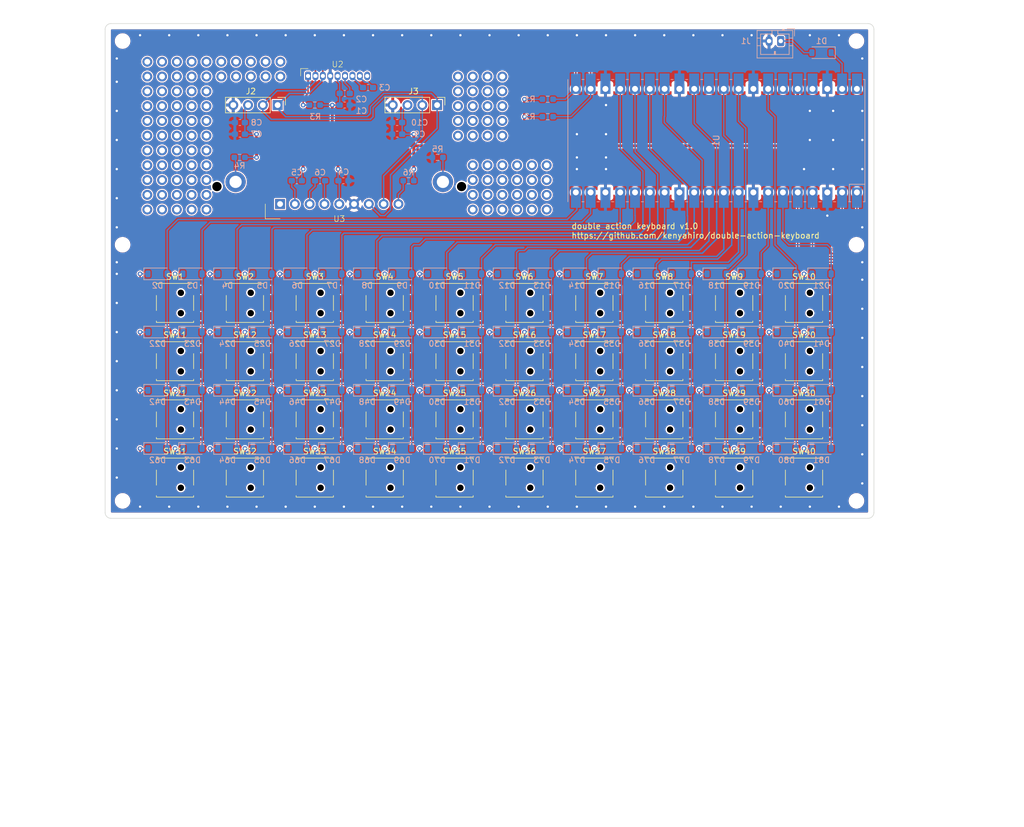
<source format=kicad_pcb>
(kicad_pcb (version 20240108) (generator "pcbnew") (generator_version "8.0")
  (layers (0 "F.Cu" signal) (31 "B.Cu" signal) (34 "B.Paste" user) (35 "F.Paste" user) (36 "B.SilkS" user "B.Silkscreen") (37 "F.SilkS" user "F.Silkscreen") (38 "B.Mask" user) (39 "F.Mask" user) (44 "Edge.Cuts" user))
  (net 0 "")
  (net 1 "GND")
  (net 2 "+3.3V")
  (net 3 "Net-(U2-VOUT)")
  (net 5 "Net-(U2-CAP1P)")
  (net 6 "Net-(D81-K)")
  (net 7 "Net-(U2-CAP1N)")
  (net 8 "/LCD_I2C_SDA")
  (net 9 "Net-(D1-K)")
  (net 10 "/COL0")
  (net 11 "Net-(D2-K)")
  (net 12 "/COL1")
  (net 13 "Net-(D3-K)")
  (net 14 "/COL2")
  (net 15 "Net-(D4-K)")
  (net 16 "/COL3")
  (net 17 "Net-(D5-K)")
  (net 18 "/COL4")
  (net 19 "Net-(D6-K)")
  (net 20 "/COL5")
  (net 21 "Net-(D7-K)")
  (net 22 "/COL6")
  (net 23 "Net-(D8-K)")
  (net 24 "/COL7")
  (net 25 "Net-(D9-K)")
  (net 26 "/COL8")
  (net 27 "Net-(D10-K)")
  (net 28 "/COL9")
  (net 29 "Net-(D11-K)")
  (net 30 "Net-(D12-K)")
  (net 31 "Net-(D13-K)")
  (net 32 "Net-(D14-K)")
  (net 33 "Net-(D15-K)")
  (net 34 "Net-(D16-K)")
  (net 35 "Net-(D17-K)")
  (net 36 "Net-(D18-K)")
  (net 37 "Net-(D19-K)")
  (net 38 "Net-(D20-K)")
  (net 39 "Net-(D21-K)")
  (net 40 "Net-(D22-K)")
  (net 41 "Net-(D23-K)")
  (net 42 "Net-(D24-K)")
  (net 43 "Net-(D25-K)")
  (net 44 "Net-(D26-K)")
  (net 45 "Net-(D27-K)")
  (net 46 "Net-(D28-K)")
  (net 47 "Net-(D29-K)")
  (net 48 "Net-(D30-K)")
  (net 49 "Net-(D31-K)")
  (net 50 "Net-(D32-K)")
  (net 51 "Net-(D33-K)")
  (net 52 "Net-(D34-K)")
  (net 53 "Net-(D35-K)")
  (net 54 "Net-(D36-K)")
  (net 55 "Net-(D37-K)")
  (net 56 "Net-(D38-K)")
  (net 57 "Net-(D39-K)")
  (net 58 "Net-(D40-K)")
  (net 59 "Net-(D41-K)")
  (net 60 "Net-(D42-K)")
  (net 61 "Net-(D43-K)")
  (net 62 "Net-(D44-K)")
  (net 63 "Net-(D45-K)")
  (net 64 "Net-(D46-K)")
  (net 65 "Net-(D47-K)")
  (net 66 "Net-(D48-K)")
  (net 67 "Net-(D49-K)")
  (net 68 "Net-(D50-K)")
  (net 69 "Net-(D51-K)")
  (net 70 "Net-(D52-K)")
  (net 71 "Net-(D53-K)")
  (net 72 "Net-(D54-K)")
  (net 73 "Net-(D55-K)")
  (net 74 "Net-(D56-K)")
  (net 75 "Net-(D57-K)")
  (net 76 "Net-(D58-K)")
  (net 77 "Net-(D59-K)")
  (net 78 "Net-(D60-K)")
  (net 79 "Net-(D61-K)")
  (net 80 "Net-(D62-K)")
  (net 81 "Net-(D63-K)")
  (net 82 "Net-(D64-K)")
  (net 83 "Net-(D65-K)")
  (net 84 "Net-(D66-K)")
  (net 85 "Net-(D67-K)")
  (net 86 "Net-(D68-K)")
  (net 87 "Net-(D69-K)")
  (net 88 "Net-(D70-K)")
  (net 89 "Net-(D71-K)")
  (net 90 "Net-(D72-K)")
  (net 91 "Net-(D73-K)")
  (net 92 "Net-(D74-K)")
  (net 93 "Net-(D75-K)")
  (net 94 "Net-(D76-K)")
  (net 95 "Net-(D77-K)")
  (net 96 "Net-(D78-K)")
  (net 97 "Net-(D79-K)")
  (net 98 "Net-(D80-K)")
  (net 99 "/ROW0")
  (net 105 "/ROW1")
  (net 111 "/ROW2")
  (net 117 "/ROW3")
  (net 123 "Net-(D1-A)")
  (net 129 "/COL10")
  (net 135 "/COL11")
  (net 141 "/COL12")
  (net 147 "/LCD_I2C_SCL")
  (net 148 "Net-(U2-RES_N)")
  (net 150 "Net-(U3-VOUT)")
  (net 151 "Net-(U3-CAP1P)")
  (net 152 "Net-(U3-CAP1N)")
  (net 153 "Net-(U3-LED_A)")
  (net 154 "Net-(U3-LED_K)")
  (net 156 "/COL13")
  (net 157 "/COL14")
  (net 158 "/COL15")
  (net 159 "/COL16")
  (net 160 "/COL17")
  (net 161 "/COL18")
  (net 162 "/COL19")
  (net 164 "Net-(U3-RES_N)")
  (footprint "NPS-102-668:NPS-102-668" (layer "F.Cu") (at 72 70)
    (property "Reference" "SW2")
    (property "Value" "~")
  )
  (footprint "NPS-102-668:NPS-102-668" (layer "F.Cu") (at 84 100)
    (property "Reference" "SW33")
    (property "Value" "~")
  )
  (footprint "NPS-102-668:NPS-102-668" (layer "F.Cu") (at 120 90)
    (property "Reference" "SW26")
    (property "Value" "~")
  )
  (footprint "NPS-102-668:NPS-102-668" (layer "F.Cu") (at 156 80)
    (property "Reference" "SW19")
    (property "Value" "~")
  )
  (footprint "NPS-102-668:NPS-102-668" (layer "F.Cu") (at 108 100)
    (property "Reference" "SW35")
    (property "Value" "~")
  )
  (footprint "NPS-102-668:NPS-102-668" (layer "F.Cu") (at 168 70)
    (property "Reference" "SW10")
    (property "Value" "~")
  )
  (footprint "NPS-102-668:NPS-102-668" (layer "F.Cu") (at 60 90)
    (property "Reference" "SW21")
    (property "Value" "~")
  )
  (footprint "NPS-102-668:NPS-102-668" (layer "F.Cu") (at 84 70)
    (property "Reference" "SW3")
    (property "Value" "~")
  )
  (footprint "NPS-102-668:NPS-102-668" (layer "F.Cu") (at 96 100)
    (property "Reference" "SW34")
    (property "Value" "~")
  )
  (footprint "NPS-102-668:NPS-102-668" (layer "F.Cu") (at 132 100)
    (property "Reference" "SW37")
    (property "Value" "~")
  )
  (footprint "NPS-102-668:NPS-102-668" (layer "F.Cu") (at 132 90)
    (property "Reference" "SW27")
    (property "Value" "~")
  )
  (footprint "NPS-102-668:NPS-102-668" (layer "F.Cu") (at 156 100)
    (property "Reference" "SW39")
    (property "Value" "~")
  )
  (footprint "NPS-102-668:NPS-102-668" (layer "F.Cu") (at 60 80)
    (property "Reference" "SW11")
    (property "Value" "~")
  )
  (footprint "OLED_I2C:OLED_I2C" (layer "F.Cu") (at 77.62 36 -90)
    (property "Reference" "J2")
    (property "Value" "Conn_01x04")
  )
  (footprint "NPS-102-668:NPS-102-668" (layer "F.Cu") (at 84 90)
    (property "Reference" "SW23")
    (property "Value" "~")
  )
  (footprint "NPS-102-668:NPS-102-668" (layer "F.Cu") (at 144 100)
    (property "Reference" "SW38")
    (property "Value" "~")
  )
  (footprint "NPS-102-668:NPS-102-668" (layer "F.Cu") (at 60 100)
    (property "Reference" "SW31")
    (property "Value" "~")
  )
  (footprint "NPS-102-668:NPS-102-668" (layer "F.Cu") (at 168 90)
    (property "Reference" "SW30")
    (property "Value" "~")
  )
  (footprint "MountingHole:MountingHole_2.2mm_M2" (layer "F.Cu") (at 51 104)
    (property "Reference" "H1" (hide yes))
    (property "Value" "MountingHole" (hide yes))
  )
  (footprint "NPS-102-668:NPS-102-668" (layer "F.Cu") (at 120 100)
    (property "Reference" "SW36")
    (property "Value" "~")
  )
  (footprint "NPS-102-668:NPS-102-668" (layer "F.Cu") (at 120 80)
    (property "Reference" "SW16")
    (property "Value" "~")
  )
  (footprint "NPS-102-668:NPS-102-668" (layer "F.Cu") (at 168 80)
    (property "Reference" "SW20")
    (property "Value" "~")
  )
  (footprint "OLED_I2C:OLED_I2C" (layer "F.Cu") (at 105 36 -90)
    (property "Reference" "J3")
    (property "Value" "Conn_01x04")
  )
  (footprint "NPS-102-668:NPS-102-668" (layer "F.Cu") (at 156 90)
    (property "Reference" "SW29")
    (property "Value" "~")
  )
  (footprint "AQM1602:AQM1602Y-NLW-FBW" (layer "F.Cu") (at 88.2 53)
    (property "Reference" "U3")
    (property "Value" "AQM1602Y-NLW-FBW")
  )
  (footprint "NPS-102-668:NPS-102-668" (layer "F.Cu") (at 144 70)
    (property "Reference" "SW8")
    (property "Value" "~")
  )
  (footprint "NPS-102-668:NPS-102-668" (layer "F.Cu") (at 108 70)
    (property "Reference" "SW5")
    (property "Value" "~")
  )
  (footprint "NPS-102-668:NPS-102-668" (layer "F.Cu") (at 108 90)
    (property "Reference" "SW25")
    (property "Value" "~")
  )
  (footprint "NPS-102-668:NPS-102-668" (layer "F.Cu") (at 168 100)
    (property "Reference" "SW40")
    (property "Value" "~")
  )
  (footprint "NPS-102-668:NPS-102-668" (layer "F.Cu") (at 84 80)
    (property "Reference" "SW13")
    (property "Value" "~")
  )
  (footprint "AQM1602:AQM1602XA-RN-GBW" (layer "F.Cu") (at 87.92 31)
    (property "Reference" "U2")
    (property "Value" "AQM1602XA-RN-GBW")
  )
  (footprint "NPS-102-668:NPS-102-668" (layer "F.Cu") (at 132 80)
    (property "Reference" "SW17")
    (property "Value" "~")
  )
  (footprint "NPS-102-668:NPS-102-668" (layer "F.Cu") (at 156 70)
    (property "Reference" "SW9")
    (property "Value" "~")
  )
  (footprint "NPS-102-668:NPS-102-668" (layer "F.Cu") (at 108 80)
    (property "Reference" "SW15")
    (property "Value" "~")
  )
  (footprint "NPS-102-668:NPS-102-668" (layer "F.Cu") (at 72 80)
    (property "Reference" "SW12")
    (property "Value" "~")
  )
  (footprint "MountingHole:MountingHole_2.2mm_M2" (layer "F.Cu") (at 177 104)
    (property "Reference" "H2" (hide yes))
    (property "Value" "MountingHole" (hide yes))
  )
  (footprint "NPS-102-668:NPS-102-668" (layer "F.Cu") (at 72 90)
    (property "Reference" "SW22")
    (property "Value" "~")
  )
  (footprint "NPS-102-668:NPS-102-668" (layer "F.Cu") (at 96 70)
    (property "Reference" "SW4")
    (property "Value" "~")
  )
  (footprint "NPS-102-668:NPS-102-668" (layer "F.Cu") (at 72 100)
    (property "Reference" "SW32")
    (property "Value" "~")
  )
  (footprint "NPS-102-668:NPS-102-668" (layer "F.Cu") (at 96 90)
    (property "Reference" "SW24")
    (property "Value" "~")
  )
  (footprint "NPS-102-668:NPS-102-668" (layer "F.Cu") (at 144 90)
    (property "Reference" "SW28")
    (property "Value" "~")
  )
  (footprint "NPS-102-668:NPS-102-668" (layer "F.Cu") (at 120 70)
    (property "Reference" "SW6")
    (property "Value" "~")
  )
  (footprint "NPS-102-668:NPS-102-668" (layer "F.Cu") (at 96 80)
    (property "Reference" "SW14")
    (property "Value" "~")
  )
  (footprint "NPS-102-668:NPS-102-668" (layer "F.Cu") (at 144 80)
    (property "Reference" "SW18")
    (property "Value" "~")
  )
  (footprint "MountingHole:MountingHole_2.2mm_M2" (layer "F.Cu") (at 51 60)
    (property "Reference" "H5" (hide yes))
    (property "Value" "MountingHole" (hide yes))
  )
  (footprint "MountingHole:MountingHole_2.2mm_M2" (layer "F.Cu") (at 51 25)
    (property "Reference" "H3" (hide yes))
    (property "Value" "MountingHole" (hide yes))
  )
  (footprint "NPS-102-668:NPS-102-668" (layer "F.Cu") (at 60 70)
    (property "Reference" "SW1")
    (property "Value" "~")
  )
  (footprint "MountingHole:MountingHole_2.2mm_M2" (layer "F.Cu") (at 177 25)
    (property "Reference" "H4" (hide yes))
    (property "Value" "MountingHole" (hide yes))
  )
  (footprint "MountingHole:MountingHole_2.2mm_M2" (layer "F.Cu") (at 177 60)
    (property "Reference" "H6" (hide yes))
    (property "Value" "MountingHole" (hide yes))
  )
  (footprint "NPS-102-668:NPS-102-668" (layer "F.Cu") (at 132 70)
    (property "Reference" "SW7")
    (property "Value" "~")
  )
  (footprint "Diode_SMD:D_SOD-123" (layer "B.Cu") (at 63 65)
    (property "Reference" "D3")
    (property "Value" "1N4148W")
  )
  (footprint "Capacitor_SMD:C_0603_1608Metric_Pad1.08x0.95mm_HandSolder" (layer "B.Cu") (at 84.9125 49 180)
    (property "Reference" "C6")
    (property "Value" "1u")
  )
  (footprint "Diode_SMD:D_SOD-123" (layer "B.Cu") (at 81 95)
    (property "Reference" "D66")
    (property "Value" "1N4148W")
  )
  (footprint "Diode_SMD:D_SOD-123" (layer "B.Cu") (at 165 95)
    (property "Reference" "D80")
    (property "Value" "1N4148W")
  )
  (footprint "Resistor_SMD:R_0603_1608Metric_Pad0.98x0.95mm_HandSolder" (layer "B.Cu") (at 124 35)
    (property "Reference" "R1")
    (property "Value" "10k")
  )
  (footprint "Diode_SMD:D_SOD-123" (layer "B.Cu") (at 135 65)
    (property "Reference" "D15")
    (property "Value" "1N4148W")
  )
  (footprint "Diode_SMD:D_SOD-123" (layer "B.Cu") (at 63 95)
    (property "Reference" "D63")
    (property "Value" "1N4148W")
  )
  (footprint "Diode_SMD:D_SOD-123" (layer "B.Cu") (at 57 95)
    (property "Reference" "D62")
    (property "Value" "1N4148W")
  )
  (footprint "Diode_SMD:D_SOD-123" (layer "B.Cu") (at 141 95)
    (property "Reference" "D76")
    (property "Value" "1N4148W")
  )
  (footprint "Diode_SMD:D_SOD-123" (layer "B.Cu") (at 165 85)
    (property "Reference" "D60")
    (property "Value" "1N4148W")
  )
  (footprint "Diode_SMD:D_SOD-123" (layer "B.Cu") (at 57 75)
    (property "Reference" "D22")
    (property "Value" "1N4148W")
  )
  (footprint "Diode_SMD:D_SOD-123" (layer "B.Cu") (at 75 95)
    (property "Reference" "D65")
    (property "Value" "1N4148W")
  )
  (footprint "Diode_SMD:D_SOD-123" (layer "B.Cu") (at 87 85)
    (property "Reference" "D47")
    (property "Value" "1N4148W")
  )
  (footprint "Diode_SMD:D_SOD-123" (layer "B.Cu") (at 105 75)
    (property "Reference" "D30")
    (property "Value" "1N4148W")
  )
  (footprint "Diode_SMD:D_SOD-123" (layer "B.Cu") (at 165 65)
    (property "Reference" "D20")
    (property "Value" "1N4148W")
  )
  (footprint "Diode_SMD:D_SOD-123" (layer "B.Cu") (at 129 95)
    (property "Reference" "D74")
    (property "Value" "1N4148W")
  )
  (footprint "Diode_SMD:D_SOD-123" (layer "B.Cu") (at 75 75)
    (property "Reference" "D25")
    (property "Value" "1N4148W")
  )
  (footprint "Diode_SMD:D_SOD-123" (layer "B.Cu") (at 171 75)
    (property "Reference" "D41")
    (property "Value" "1N4148W")
  )
  (footprint "Resistor_SMD:R_0603_1608Metric_Pad0.98x0.95mm_HandSolder" (layer "B.Cu") (at 124 38)
    (property "Reference" "R2")
    (property "Value" "10k")
  )
  (footprint "Diode_SMD:D_SOD-123" (layer "B.Cu") (at 69 75)
    (property "Reference" "D24")
    (property "Value" "1N4148W")
  )
  (footprint "Diode_SMD:D_SOD-123" (layer "B.Cu") (at 105 85)
    (property "Reference" "D50")
    (property "Value" "1N4148W")
  )
  (footprint "Diode_SMD:D_SOD-123" (layer "B.Cu") (at 111 95)
    (property "Reference" "D71")
    (property "Value" "1N4148W")
  )
  (footprint "Diode_SMD:D_SOD-123" (layer "B.Cu") (at 141 65)
    (property "Reference" "D16")
    (property "Value" "1N4148W")
  )
  (footprint "Diode_SMD:D_SOD-123" (layer "B.Cu") (at 159 75)
    (property "Reference" "D39")
    (property "Value" "1N4148W")
  )
  (footprint "Diode_SMD:D_SOD-123" (layer "B.Cu") (at 63 75)
    (property "Reference" "D23")
    (property "Value" "1N4148W")
  )
  (footprint "Resistor_SMD:R_0603_1608Metric_Pad0.98x0.95mm_HandSolder" (layer "B.Cu") (at 71.0875 45)
    (property "Reference" "R4")
    (property "Value" "1k")
  )
  (footprint "Diode_SMD:D_SOD-123" (layer "B.Cu") (at 123 65)
    (property "Reference" "D13")
    (property "Value" "1N4148W")
  )
  (footprint "Diode_SMD:D_SOD-123" (layer "B.Cu") (at 117 95)
    (property "Reference" "D72")
    (property "Value" "1N4148W")
  )
  (footprint "Diode_SMD:D_SOD-123" (layer "B.Cu") (at 117 85)
    (property "Reference" "D52")
    (property "Value" "1N4148W")
  )
  (footprint "Diode_SMD:D_SOD-123" (layer "B.Cu") (at 69 65)
    (property "Reference" "D4")
    (property "Value" "1N4148W")
  )
  (footprint "Diode_SMD:D_SOD-123" (layer "B.Cu") (at 69 85)
    (property "Reference" "D44")
    (property "Value" "1N4148W")
  )
  (footprint "Diode_SMD:D_SOD-123" (layer "B.Cu") (at 141 75)
    (property "Reference" "D36")
    (property "Value" "1N4148W")
  )
  (footprint "Diode_SMD:D_SOD-123" (layer "B.Cu") (at 63 85)
    (property "Reference" "D43")
    (property "Value" "1N4148W")
  )
  (footprint "Diode_SMD:D_SOD-123" (layer "B.Cu") (at 165 75)
    (property "Reference" "D40")
    (property "Value" "1N4148W")
  )
  (footprint "Diode_SMD:D_SOD-123" (layer "B.Cu") (at 159 65)
    (property "Reference" "D19")
    (property "Value" "1N4148W")
  )
  (footprint "Capacitor_SMD:C_0603_1608Metric_Pad1.08x0.95mm_HandSolder" (layer "B.Cu") (at 98.1375 41 180)
    (property "Reference" "C9")
    (property "Value" "10u")
  )
  (footprint "Diode_SMD:D_SOD-123" (layer "B.Cu") (at 75 85)
    (property "Reference" "D45")
    (property "Value" "1N4148W")
  )
  (footprint "Diode_SMD:D_SOD-123" (layer "B.Cu") (at 99 85)
    (property "Reference" "D49")
    (property "Value" "1N4148W")
  )
  (footprint "Diode_SMD:D_SOD-123" (layer "B.Cu") (at 153 85)
    (property "Reference" "D58")
    (property "Value" "1N4148W")
  )
  (footprint "Diode_SMD:D_SOD-123" (layer "B.Cu") (at 111 65)
    (property "Reference" "D11")
    (property "Value" "1N4148W")
  )
  (footprint "Capacitor_SMD:C_0603_1608Metric_Pad1.08x0.95mm_HandSolder" (layer "B.Cu") (at 71.1375 39 180)
    (property "Reference" "C8")
    (property "Value" "0.1u")
  )
  (footprint "Diode_SMD:D_SOD-123" (layer "B.Cu") (at 147 65)
    (property "Reference" "D17")
    (property "Value" "1N4148W")
  )
  (footprint "Diode_SMD:D_SOD-123" (layer "B.Cu") (at 171 85)
    (property "Reference" "D61")
    (property "Value" "1N4148W")
  )
  (footprint "Resistor_SMD:R_0603_1608Metric_Pad0.98x0.95mm_HandSolder" (layer "B.Cu") (at 100.0875 49 180)
    (property "Reference" "R6")
    (property "Value" "10k")
  )
  (footprint "Diode_SMD:D_SOD-123" (layer "B.Cu") (at 111 75)
    (property "Reference" "D31")
    (property "Value" "1N4148W")
  )
  (footprint "Diode_SMD:D_SOD-123" (layer "B.Cu") (at 87 95)
    (property "Reference" "D67")
    (property "Value" "1N4148W")
  )
  (footprint "Diode_SMD:D_SOD-123" (layer "B.Cu") (at 117 65)
    (property "Reference" "D12")
    (property "Value" "1N4148W")
  )
  (footprint "Diode_SMD:D_SOD-123" (layer "B.Cu") (at 129 75)
    (property "Reference" "D34")
    (property "Value" "1N4148W")
  )
  (footprint "Diode_SMD:D_SOD-123" (layer "B.Cu") (at 111 85)
    (property "Reference" "D51")
    (property "Value" "1N4148W")
  )
  (footprint "Diode_SMD:D_SOD-123" (layer "B.Cu") (at 99 95)
    (property "Reference" "D69")
    (property "Value" "1N4148W")
  )
  (footprint "Diode_SMD:D_SOD-123" (layer "B.Cu") (at 93 95)
    (property "Reference" "D68")
    (property "Value" "1N4148W")
  )
  (footprint "Diode_SMD:D_SOD-123" (layer "B.Cu") (at 81 85)
    (property "Reference" "D46")
    (property "Value" "1N4148W")
  )
  (footprint "Capacitor_SMD:C_0603_1608Metric_Pad1.08x0.95mm_HandSolder" (layer "B.Cu") (at 98.1375 39 180)
    (property "Reference" "C10")
    (property "Value" "0.1u")
  )
  (footprint "Diode_SMD:D_SOD-123" (layer "B.Cu") (at 135 85)
    (property "Reference" "D55")
    (property "Value" "1N4148W")
  )
  (footprint "Diode_SMD:D_SOD-123" (layer "B.Cu") (at 123 85)
    (property "Reference" "D53")
    (property "Value" "1N4148W")
  )
  (footprint "Diode_SMD:D_SOD-123" (layer "B.Cu") (at 147 75)
    (property "Reference" "D37")
    (property "Value" "1N4148W")
  )
  (footprint "my_pico_smd:pico_no_dbg_smd_th" (layer "B.Cu") (at 152.95 42.11 90)
    (property "Reference" "U1")
    (property "Value" "Pico")
  )
  (footprint "Diode_SMD:D_SOD-123" (layer "B.Cu") (at 153 65)
    (property "Reference" "D18")
    (property "Value" "1N4148W")
  )
  (footprint "Diode_SMD:D_SOD-123" (layer "B.Cu") (at 123 95)
    (property "Reference" "D73")
    (property "Value" "1N4148W")
  )
  (footprint "Diode_SMD:D_SOD-123" (layer "B.Cu") (at 75 65)
    (property "Reference" "D5")
    (property "Value" "1N4148W")
  )
  (footprint "Diode_SMD:D_SOD-123" (layer "B.Cu") (at 105 65)
    (property "Reference" "D10")
    (property "Value" "1N4148W")
  )
  (footprint "Resistor_SMD:R_0603_1608Metric_Pad0.98x0.95mm_HandSolder" (layer "B.Cu") (at 84 36 180)
    (property "Reference" "R3")
    (property "Value" "10k")
  )
  (footprint "Diode_SMD:D_SOD-123" (layer "B.Cu") (at 159 85)
    (property "Reference" "D59")
    (property "Value" "1N4148W")
  )
  (footprint "Resistor_SMD:R_0603_1608Metric_Pad0.98x0.95mm_HandSolder" (layer "B.Cu") (at 105.0875 45 180)
    (property "Reference" "R5")
    (property "Value" "0")
  )
  (footprint "Diode_SMD:D_SOD-123" (layer "B.Cu") (at 57 85)
    (property "Reference" "D42")
    (property "Value" "1N4148W")
  )
  (footprint "Diode_SMD:D_SOD-123" (layer "B.Cu") (at 147 95)
    (property "Reference" "D77")
    (property "Value" "1N4148W")
  )
  (footprint "Capacitor_SMD:C_0603_1608Metric_Pad1.08x0.95mm_HandSolder" (layer "B.Cu") (at 89.1375 36)
    (property "Reference" "C1")
    (property "Value" "1u")
  )
  (footprint "Diode_SMD:D_SOD-123" (layer "B.Cu") (at 69 95)
    (property "Reference" "D64")
    (property "Value" "1N4148W")
  )
  (footprint "Diode_SMD:D_SOD-123" (layer "B.Cu") (at 81 65)
    (property "Reference" "D6")
    (property "Value" "1N4148W")
  )
  (footprint "Diode_SMD:D_SOD-123" (layer "B.Cu") (at 153 95)
    (property "Reference" "D78")
    (property "Value" "1N4148W")
  )
  (footprint "Diode_SMD:D_SOD-123" (layer "B.Cu") (at 129 85)
    (property "Reference" "D54")
    (property "Value" "1N4148W")
  )
  (footprint "Diode_SMD:D_SOD-123" (layer "B.Cu") (at 99 75)
    (property "Reference" "D29")
    (property "Value" "1N4148W")
  )
  (footprint "Diode_SMD:D_SOD-123" (layer "B.Cu") (at 171 27 180)
    (property "Reference" "D1")
    (property "Value" "D")
  )
  (footprint "Diode_SMD:D_SOD-123" (layer "B.Cu") (at 141 85)
    (property "Reference" "D56")
    (property "Value" "1N4148W")
  )
  (footprint "Diode_SMD:D_SOD-123" (layer "B.Cu") (at 93 65)
    (property "Reference" "D8")
    (property "Value" "1N4148W")
  )
  (footprint "Diode_SMD:D_SOD-123" (layer "B.Cu") (at 153 75)
    (property "Reference" "D38")
    (property "Value" "1N4148W")
  )
  (footprint "Diode_SMD:D_SOD-123" (layer "B.Cu") (at 81 75)
    (property "Reference" "D26")
    (property "Value" "1N4148W")
  )
  (footprint "Diode_SMD:D_SOD-123" (layer "B.Cu") (at 129 65)
    (property "Reference" "D14")
    (property "Value" "1N4148W")
  )
  (footprint "Diode_SMD:D_SOD-123" (layer "B.Cu") (at 123 75)
    (property "Reference" "D33")
    (property "Value" "1N4148W")
  )
  (footprint "Capacitor_SMD:C_0603_1608Metric_Pad1.08x0.95mm_HandSolder" (layer "B.Cu") (at 71.1375 41 180)
    (property "Reference" "C7")
    (property "Value" "10u")
  )
  (footprint "Diode_SMD:D_SOD-123" (layer "B.Cu") (at 171 95)
    (property "Reference" "D81")
    (property "Value" "1N4148W")
  )
  (footprint "Capacitor_SMD:C_0603_1608Metric_Pad1.08x0.95mm_HandSolder" (layer "B.Cu") (at 88.9125 49)
    (property "Reference" "C4")
    (property "Value" "1u")
  )
  (footprint "Diode_SMD:D_SOD-123" (layer "B.Cu") (at 135 95)
    (property "Reference" "D75")
    (property "Value" "1N4148W")
  )
  (footprint "Diode_SMD:D_SOD-123" (layer "B.Cu") (at 105 95)
    (property "Reference" "D70")
    (property "Value" "1N4148W")
  )
  (footprint "Capacitor_SMD:C_0603_1608Metric_Pad1.08x0.95mm_HandSolder" (layer "B.Cu") (at 80.9125 49 180)
    (property "Reference" "C5")
    (property "Value" "1u")
  )
  (footprint "Diode_SMD:D_SOD-123" (layer "B.Cu") (at 93 85)
    (property "Reference" "D48")
    (property "Value" "1N4148W")
  )
  (footprint "Diode_SMD:D_SOD-123" (layer "B.Cu") (at 93 75)
    (property "Reference" "D28")
    (property "Value" "1N4148W")
  )
  (footprint "Diode_SMD:D_SOD-123" (layer "B.Cu") (at 117 75)
    (property "Reference" "D32")
    (property "Value" "1N4148W")
  )
  (footprint "Diode_SMD:D_SOD-123" (layer "B.Cu") (at 87 75)
    (property "Reference" "D27")
    (property "Value" "1N4148W")
  )
  (footprint "Diode_SMD:D_SOD-123" (layer "B.Cu") (at 171 65)
    (property "Reference" "D21")
    (property "Value" "1N4148W")
  )
  (footprint "Diode_SMD:D_SOD-123" (layer "B.Cu") (at 57 65)
    (property "Reference" "D2")
    (property "Value" "1N4148W")
  )
  (footprint "Diode_SMD:D_SOD-123" (layer "B.Cu") (at 99 65)
    (property "Reference" "D9")
    (property "Value" "1N4148W")
  )
  (footprint "Capacitor_SMD:C_0603_1608Metric_Pad1.08x0.95mm_HandSolder" (layer "B.Cu") (at 93.1375 33)
    (property "Reference" "C3")
    (property "Value" "1u")
  )
  (footprint "Connector_JST:JST_PH_B2B-PH-K_1x02_P2.00mm_Vertical" (layer "B.Cu") (at 164 25 180)
    (property "Reference" "J1")
    (property "Value" "Conn_01x02")
  )
  (footprint "Capacitor_SMD:C_0603_1608Metric_Pad1.08x0.95mm_HandSolder" (layer "B.Cu") (at 89.1375 34)
    (property "Reference" "C2")
    (property "Value" "1u")
  )
  (footprint "Diode_SMD:D_SOD-123" (layer "B.Cu") (at 147 85)
    (property "Reference" "D57")
    (property "Value" "1N4148W")
  )
  (footprint "Diode_SMD:D_SOD-123" (layer "B.Cu") (at 159 95)
    (property "Reference" "D79")
    (property "Value" "1N4148W")
  )
  (footprint "Diode_SMD:D_SOD-123" (layer "B.Cu") (at 87 65)
    (property "Reference" "D7")
    (property "Value" "1N4148W")
  )
  (footprint "Diode_SMD:D_SOD-123" (layer "B.Cu") (at 135 75)
    (property "Reference" "D35")
    (property "Value" "1N4148W")
  )
  (gr_arc (start 179 22) (mid 179.707107 22.292893) (end 180 23) (stroke (width 0.1)) (layer "Edge.Cuts"))
  (gr_arc (start 48 23) (mid 48.292893 22.292893) (end 49 22) (stroke (width 0.1)) (layer "Edge.Cuts"))
  (gr_line (start 49 107) (end 179 107) (stroke (width 0.1)) (layer "Edge.Cuts"))
  (gr_arc (start 180 106) (mid 179.707107 106.707107) (end 179 107) (stroke (width 0.1)) (layer "Edge.Cuts"))
  (gr_line (start 180 106) (end 180 23) (stroke (width 0.1)) (layer "Edge.Cuts"))
  (gr_line (start 48 23) (end 48 106) (stroke (width 0.1)) (layer "Edge.Cuts"))
  (gr_arc (start 49 107) (mid 48.292893 106.707107) (end 48 106) (stroke (width 0.1)) (layer "Edge.Cuts"))
  (gr_line (start 179 22) (end 49 22) (stroke (width 0.1)) (layer "Edge.Cuts"))
  (gr_text "double action keyboard v1.0\nhttps://github.com/kenyahiro/double-action-keyboard" (at 128 59 0) (layer "F.SilkS") (effects (font (size 1 1)) (justify left bottom)))
  (via (at 108.58 38.72) (size 1.7) (drill 1) (layers "F.Cu" "B.Cu") (net 0))
  (via (at 60.32 36.18) (size 1.7) (drill 1) (layers "F.Cu" "B.Cu") (net 0))
  (via (at 78.1 28.56) (size 1.7) (drill 1) (layers "F.Cu" "B.Cu") (net 0))
  (via (at 60.32 28.56) (size 1.7) (drill 1) (layers "F.Cu" "B.Cu") (net 0))
  (via (at 62.86 46.34) (size 1.7) (drill 1) (layers "F.Cu" "B.Cu") (net 0))
  (via (at 118.74 48.88) (size 1.7) (drill 1) (layers "F.Cu" "B.Cu") (net 0))
  (via (at 116.2 36.18) (size 1.7) (drill 1) (layers "F.Cu" "B.Cu") (net 0))
  (via (at 62.86 38.72) (size 1.7) (drill 1) (layers "F.Cu" "B.Cu") (net 0))
  (via (at 73.02 31.1) (size 1.7) (drill 1) (layers "F.Cu" "B.Cu") (net 0))
  (via (at 65.4 28.56) (size 1.7) (drill 1) (layers "F.Cu" "B.Cu") (net 0))
  (via (at 111.12 48.88) (size 1.7) (drill 1) (layers "F.Cu" "B.Cu") (net 0))
  (via (at 113.66 46.34) (size 1.7) (drill 1) (layers "F.Cu" "B.Cu") (net 0))
  (via (at 60.32 48.88) (size 1.7) (drill 1) (layers "F.Cu" "B.Cu") (net 0))
  (via (at 116.2 41.26) (size 1.7) (drill 1) (layers "F.Cu" "B.Cu") (net 0))
  (via (at 60.32 43.8) (size 1.7) (drill 1) (layers "F.Cu" "B.Cu") (net 0))
  (via (at 108.58 33.64) (size 1.7) (drill 1) (layers "F.Cu" "B.Cu") (net 0))
  (via (at 57.78 48.88) (size 1.7) (drill 1) (layers "F.Cu" "B.Cu") (net 0))
  (via (at 65.4 51.42) (size 1.7) (drill 1) (layers "F.Cu" "B.Cu") (net 0))
  (via (at 73.02 28.56) (size 1.7) (drill 1) (layers "F.Cu" "B.Cu") (net 0))
  (via (at 108.58 31.1) (size 1.7) (drill 1) (layers "F.Cu" "B.Cu") (net 0))
  (via (at 113.66 48.88) (size 1.7) (drill 1) (layers "F.Cu" "B.Cu") (net 0))
  (via (at 116.2 38.72) (size 1.7) (drill 1) (layers "F.Cu" "B.Cu") (net 0))
  (via (at 60.32 31.1) (size 1.7) (drill 1) (layers "F.Cu" "B.Cu") (net 0))
  (via (at 55.24 38.72) (size 1.7) (drill 1) (layers "F.Cu" "B.Cu") (net 0))
  (via (at 70.48 31.1) (size 1.7) (drill 1) (layers "F.Cu" "B.Cu") (net 0))
  (via (at 111.12 46.34) (size 1.7) (drill 1) (layers "F.Cu" "B.Cu") (net 0))
  (via (at 65.4 43.8) (size 1.7) (drill 1) (layers "F.Cu" "B.Cu") (net 0))
  (via (at 62.86 48.88) (size 1.7) (drill 1) (layers "F.Cu" "B.Cu") (net 0))
  (via (at 65.4 33.64) (size 1.7) (drill 1) (layers "F.Cu" "B.Cu") (net 0))
  (via (at 116.2 51.42) (size 1.7) (drill 1) (layers "F.Cu" "B.Cu") (net 0))
  (via (at 78.1 31.1) (size 1.7) (drill 1) (layers "F.Cu" "B.Cu") (net 0))
  (via (at 116.2 48.88) (size 1.7) (drill 1) (layers "F.Cu" "B.Cu") (net 0))
  (via (at 123.82 48.88) (size 1.7) (drill 1) (layers "F.Cu" "B.Cu") (net 0))
  (via (at 57.78 31.1) (size 1.7) (drill 1) (layers "F.Cu" "B.Cu") (net 0))
  (via (at 118.74 46.34) (size 1.7) (drill 1) (layers "F.Cu" "B.Cu") (net 0))
  (via (at 55.24 53.96) (size 1.7) (drill 1) (layers "F.Cu" "B.Cu") (net 0))
  (via (at 75.56 28.56) (size 1.7) (drill 1) (layers "F.Cu" "B.Cu") (net 0))
  (via (at 62.86 51.42) (size 1.7) (drill 1) (layers "F.Cu" "B.Cu") (net 0))
  (via (at 55.24 51.42) (size 1.7) (drill 1) (layers "F.Cu" "B.Cu") (net 0))
  (via (at 121.28 46.34) (size 1.7) (drill 1) (layers "F.Cu" "B.Cu") (net 0))
  (via (at 111.12 41.26) (size 1.7) (drill 1) (layers "F.Cu" "B.Cu") (net 0))
  (via (at 113.66 36.18) (size 1.7) (drill 1) (layers "F.Cu" "B.Cu") (net 0))
  (via (at 62.86 28.56) (size 1.7) (drill 1) (layers "F.Cu" "B.Cu") (net 0))
  (via (at 57.78 51.42) (size 1.7) (drill 1) (layers "F.Cu" "B.Cu") (net 0))
  (via (at 60.32 41.26) (size 1.7) (drill 1) (layers "F.Cu" "B.Cu") (net 0))
  (via (at 118.74 53.96) (size 1.7) (drill 1) (layers "F.Cu" "B.Cu") (net 0))
  (via (at 57.78 53.96) (size 1.7) (drill 1) (layers "F.Cu" "B.Cu") (net 0))
  (via (at 57.78 36.18) (size 1.7) (drill 1) (layers "F.Cu" "B.Cu") (net 0))
  (via (at 65.4 48.88) (size 1.7) (drill 1) (layers "F.Cu" "B.Cu") (net 0))
  (via (at 62.86 43.8) (size 1.7) (drill 1) (layers "F.Cu" "B.Cu") (net 0))
  (via (at 111.12 36.18) (size 1.7) (drill 1) (layers "F.Cu" "B.Cu") (net 0))
  (via (at 65.4 31.1) (size 1.7) (drill 1) (layers "F.Cu" "B.Cu") (net 0))
  (via (at 60.32 46.34) (size 1.7) (drill 1) (layers "F.Cu" "B.Cu") (net 0))
  (via (at 113.66 38.72) (size 1.7) (drill 1) (layers "F.Cu" "B.Cu") (net 0))
  (via (at 121.28 48.88) (size 1.7) (drill 1) (layers "F.Cu" "B.Cu") (net 0))
  (via (at 55.24 28.56) (size 1.7) (drill 1) (layers "F.Cu" "B.Cu") (net 0))
  (via (at 57.78 33.64) (size 1.7) (drill 1) (layers "F.Cu" "B.Cu") (net 0))
  (via (at 55.24 33.64) (size 1.7) (drill 1) (layers "F.Cu" "B.Cu") (net 0))
  (via (at 116.2 53.96) (size 1.7) (drill 1) (layers "F.Cu" "B.Cu") (net 0))
  (via (at 121.28 53.96) (size 1.7) (drill 1) (layers "F.Cu" "B.Cu") (net 0))
  (via (at 113.66 33.64) (size 1.7) (drill 1) (layers "F.Cu" "B.Cu") (net 0))
  (via (at 113.66 51.42) (size 1.7) (drill 1) (layers "F.Cu" "B.Cu") (net 0))
  (via (at 65.4 46.34) (size 1.7) (drill 1) (layers "F.Cu" "B.Cu") (net 0))
  (via (at 60.32 53.96) (size 1.7) (drill 1) (layers "F.Cu" "B.Cu") (net 0))
  (via (at 111.12 38.72) (size 1.7) (drill 1) (layers "F.Cu" "B.Cu") (net 0))
  (via (at 123.82 53.96) (size 1.7) (drill 1) (layers "F.Cu" "B.Cu") (net 0))
  (via (at 67.94 31.1) (size 1.7) (drill 1) (layers "F.Cu" "B.Cu") (net 0))
  (via (at 60.32 33.64) (size 1.7) (drill 1) (layers "F.Cu" "B.Cu") (net 0))
  (via (at 60.32 51.42) (size 1.7) (drill 1) (layers "F.Cu" "B.Cu") (net 0))
  (via (at 111.12 53.96) (size 1.7) (drill 1) (layers "F.Cu" "B.Cu") (net 0))
  (via (at 55.24 46.34) (size 1.7) (drill 1) (layers "F.Cu" "B.Cu") (net 0))
  (via (at 65.4 36.18) (size 1.7) (drill 1) (layers "F.Cu" "B.Cu") (net 0))
  (via (at 62.86 36.18) (size 1.7) (drill 1) (layers "F.Cu" "B.Cu") (net 0))
  (via (at 57.78 46.34) (size 1.7) (drill 1) (layers "F.Cu" "B.Cu") (net 0))
  (via (at 55.24 48.88) (size 1.7) (drill 1) (layers "F.Cu" "B.Cu") (net 0))
  (via (at 55.24 31.1) (size 1.7) (drill 1) (layers "F.Cu" "B.Cu") (net 0))
  (via (at 57.78 28.56) (size 1.7) (drill 1) (layers "F.Cu" "B.Cu") (net 0))
  (via (at 121.28 51.42) (size 1.7) (drill 1) (layers "F.Cu" "B.Cu") (net 0))
  (via (at 55.24 36.18) (size 1.7) (drill 1) (layers "F.Cu" "B.Cu") (net 0))
  (via (at 57.78 38.72) (size 1.7) (drill 1) (layers "F.Cu" "B.Cu") (net 0))
  (via (at 55.24 41.26) (size 1.7) (drill 1) (layers "F.Cu" "B.Cu") (net 0))
  (via (at 108.58 41.26) (size 1.7) (drill 1) (layers "F.Cu" "B.Cu") (net 0))
  (via (at 116.2 31.1) (size 1.7) (drill 1) (layers "F.Cu" "B.Cu") (net 0))
  (via (at 65.4 41.26) (size 1.7) (drill 1) (layers "F.Cu" "B.Cu") (net 0))
  (via (at 118.74 51.42) (size 1.7) (drill 1) (layers "F.Cu" "B.Cu") (net 0))
  (via (at 57.78 41.26) (size 1.7) (drill 1) (layers "F.Cu" "B.Cu") (net 0))
  (via (at 111.12 51.42) (size 1.7) (drill 1) (layers "F.Cu" "B.Cu") (net 0))
  (via (at 65.4 53.96) (size 1.7) (drill 1) (layers "F.Cu" "B.Cu") (net 0))
  (via (at 75.56 31.1) (size 1.7) (drill 1) (layers "F.Cu" "B.Cu") (net 0))
  (via (at 111.12 33.64) (size 1.7) (drill 1) (layers "F.Cu" "B.Cu") (net 0))
  (via (at 67.94 28.56) (size 1.7) (drill 1) (layers "F.Cu" "B.Cu") (net 0))
  (via (at 57.78 43.8) (size 1.7) (drill 1) (layers "F.Cu" "B.Cu") (net 0))
  (via (at 113.66 31.1) (size 1.7) (drill 1) (layers "F.Cu" "B.Cu") (net 0))
  (via (at 113.66 41.26) (size 1.7) (drill 1) (layers "F.Cu" "B.Cu") (net 0))
  (via (at 111.12 31.1) (size 1.7) (drill 1) (layers "F.Cu" "B.Cu") (net 0))
  (via (at 116.2 33.64) (size 1.7) (drill 1) (layers "F.Cu" "B.Cu") (net 0))
  (via (at 116.2 46.34) (size 1.7) (drill 1) (layers "F.Cu" "B.Cu") (net 0))
  (via (at 62.86 33.64) (size 1.7) (drill 1) (layers "F.Cu" "B.Cu") (net 0))
  (via (at 70.48 28.56) (size 1.7) (drill 1) (layers "F.Cu" "B.Cu") (net 0))
  (via (at 62.86 41.26) (size 1.7) (drill 1) (layers "F.Cu" "B.Cu") (net 0))
  (via (at 123.82 46.34) (size 1.7) (drill 1) (layers "F.Cu" "B.Cu") (net 0))
  (via (at 113.66 53.96) (size 1.7) (drill 1) (layers "F.Cu" "B.Cu") (net 0))
  (via (at 108.58 36.18) (size 1.7) (drill 1) (layers "F.Cu" "B.Cu") (net 0))
  (via (at 60.32 38.72) (size 1.7) (drill 1) (layers "F.Cu" "B.Cu") (net 0))
  (via (at 62.86 53.96) (size 1.7) (drill 1) (layers "F.Cu" "B.Cu") (net 0))
  (via (at 62.86 31.1) (size 1.7) (drill 1) (layers "F.Cu" "B.Cu") (net 0))
  (via (at 55.24 43.8) (size 1.7) (drill 1) (layers "F.Cu" "B.Cu") (net 0))
  (via (at 65.4 38.72) (size 1.7) (drill 1) (layers "F.Cu" "B.Cu") (net 0))
  (via (at 123.82 51.42) (size 1.7) (drill 1) (layers "F.Cu" "B.Cu") (net 0))
  (via (at 154 24) (size 0.8) (drill 0.4) (layers "F.Cu" "B.Cu") (net 1))
  (via (at 178 91) (size 0.8) (drill 0.4) (layers "F.Cu" "B.Cu") (net 1))
  (via (at 173 42) (size 0.8) (drill 0.4) (layers "F.Cu" "B.Cu") (net 1))
  (via (at 109 24) (size 0.8) (drill 0.4) (layers "F.Cu" "B.Cu") (net 1))
  (via (at 79 105) (size 0.8) (drill 0.4) (layers "F.Cu" "B.Cu") (net 1))
  (via (at 50 80) (size 0.8) (drill 0.4) (layers "F.Cu" "B.Cu") (net 1))
  (via (at 144 105) (size 0.8) (drill 0.4) (layers "F.Cu" "B.Cu") (net 1))
  (via (at 129 45) (size 0.8) (drill 0.4) (layers "F.Cu" "B.Cu") (net 1))
  (via (at 178 57) (size 0.8) (drill 0.4) (layers "F.Cu" "B.Cu") (net 1))
  (via (at 69 105) (size 0.8) (drill 0.4) (layers "F.Cu" "B.Cu") (net 1))
  (via (at 94 24) (size 0.8) (drill 0.4) (layers "F.Cu" "B.Cu") (net 1))
  (via (at 134 47) (size 0.8) (drill 0.4) (layers "F.Cu" "B.Cu") (net 1))
  (via (at 50 85) (size 0.8) (drill 0.4) (layers "F.Cu" "B.Cu") (net 1))
  (via (at 178 81) (size 0.8) (drill 0.4) (layers "F.Cu" "B.Cu") (net 1))
  (via (at 174 24) (size 0.8) (drill 0.4) (layers "F.Cu" "B.Cu") (net 1))
  (via (at 172 55) (size 0.8) (drill 0.4) (layers "F.Cu" "B.Cu") (net 1))
  (via (at 168 47) (size 0.8) (drill 0.4) (layers "F.Cu" "B.Cu") (net 1))
  (via (at 54 24) (size 0.8) (drill 0.4) (layers "F.Cu" "B.Cu") (net 1))
  (via (at 109 105) (size 0.8) (drill 0.4) (layers "F.Cu" "B.Cu") (net 1))
  (via (at 178 96) (size 0.8) (drill 0.4) (layers "F.Cu" "B.Cu") (net 1))
  (via (at 173 47) (size 0.8) (drill 0.4) (layers "F.Cu" "B.Cu") (net 1))
  (via (at 89 24) (size 0.8) (drill 0.4) (layers "F.Cu" "B.Cu") (net 1))
  (via (at 124 24) (size 0.8) (drill 0.4) (layers "F.Cu" "B.Cu") (net 1))
  (via (at 64 105) (size 0.8) (drill 0.4) (layers "F.Cu" "B.Cu") (net 1))
  (via (at 99 24) (size 0.8) (drill 0.4) (layers "F.Cu" "B.Cu") (net 1))
  (via (at 50 63) (size 0.8) (drill 0.4) (layers "F.Cu" "B.Cu") (net 1))
  (via (at 134 41) (size 0.8) (drill 0.4) (layers "F.Cu" "B.Cu") (net 1))
  (via (at 159 105) (size 0.8) (drill 0.4) (layers "F.Cu" "B.Cu") (net 1))
  (via (at 50 70) (size 0.8) (drill 0.4) (layers "F.Cu" "B.Cu") (net 1))
  (via (at 59 105) (size 0.8) (drill 0.4) (layers "F.Cu" "B.Cu") (net 1))
  (via (at 154 105) (size 0.8) (drill 0.4) (layers "F.Cu" "B.Cu") (net 1))
  (via (at 139 105) (size 0.8) (drill 0.4) (layers "F.Cu" "B.Cu") (net 1))
  (via (at 178 86) (size 0.8) (drill 0.4) (layers "F.Cu" "B.Cu") (net 1))
  (via (at 129 41) (size 0.8) (drill 0.4) (layers "F.Cu" "B.Cu") (net 1))
  (via (at 50 95) (size 0.8) (drill 0.4) (layers "F.Cu" "B.Cu") (net 1))
  (via (at 129 105) (size 0.8) (drill 0.4) (layers "F.Cu" "B.Cu") (net 1))
  (via (at 114 105) (size 0.8) (drill 0.4) (layers "F.Cu" "B.Cu") (net 1))
  (via (at 178 42) (size 0.8) (drill 0.4) (layers "F.Cu" "B.Cu") (net 1))
  (via (at 173 37) (size 0.8) (drill 0.4) (layers "F.Cu" "B.Cu") (net 1))
  (via (at 50 100) (size 0.8) (drill 0.4) (layers "F.Cu" "B.Cu") (net 1))
  (via (at 50 37) (size 0.8) (drill 0.4) (layers "F.Cu" "B.Cu") (net 1))
  (via (at 178 66) (size 0.8) (drill 0.4) (layers "F.Cu" "B.Cu") (net 1))
  (via (at 50 65) (size 0.8) (drill 0.4) (layers "F.Cu" "B.Cu") (net 1))
  (via (at 74 105) (size 0.8) (drill 0.4) (layers "F.Cu" "B.Cu") (net 1))
  (via (at 159 24) (size 0.8) (drill 0.4) (layers "F.Cu" "B.Cu") (net 1))
  (via (at 149 24) (size 0.8) (drill 0.4) (layers "F.Cu" "B.Cu") (net 1))
  (via (at 74 24) (size 0.8) (drill 0.4) (layers "F.Cu" "B.Cu") (net 1))
  (via (at 84 105) (size 0.8) (drill 0.4) (layers "F.Cu" "B.Cu") (net 1))
  (via (at 169 105) (size 0.8) (drill 0.4) (layers "F.Cu" "B.Cu") (net 1))
  (via (at 84 24) (size 0.8) (drill 0.4) (layers "F.Cu" "B.Cu") (net 1))
  (via (at 169 37) (size 0.8) (drill 0.4) (layers "F.Cu" "B.Cu") (net 1))
  (via (at 134 36) (size 0.8) (drill 0.4) (layers "F.Cu" "B.Cu") (net 1))
  (via (at 79 24) (size 0.8) (drill 0.4) (layers "F.Cu" "B.Cu") (net 1))
  (via (at 169 42) (size 0.8) (drill 0.4) (layers "F.Cu" "B.Cu") (net 1))
  (via (at 139 24) (size 0.8) (drill 0.4) (layers "F.Cu" "B.Cu") (net 1))
  (via (at 174 105) (size 0.8) (drill 0.4) (layers "F.Cu" "B.Cu") (net 1))
  (via (at 129 47) (size 0.8) (drill 0.4) (layers "F.Cu" "B.Cu") (net 1))
  (via (at 178 28) (size 0.8) (drill 0.4) (layers "F.Cu" "B.Cu") (net 1))
  (via (at 119 24) (size 0.8) (drill 0.4) (layers "F.Cu" "B.Cu") (net 1))
  (via (at 50 42) (size 0.8) (drill 0.4) (layers "F.Cu" "B.Cu") (net 1))
  (via (at 114 24) (size 0.8) (drill 0.4) (layers "F.Cu" "B.Cu") (net 1))
  (via (at 169 24) (size 0.8) (drill 0.4) (layers "F.Cu" "B.Cu") (net 1))
  (via (at 69 24) (size 0.8) (drill 0.4) (layers "F.Cu" "B.Cu") (net 1))
  (via (at 178 47) (size 0.8) (drill 0.4) (layers "F.Cu" "B.Cu") (net 1))
  (via (at 178 101) (size 0.8) (drill 0.4) (layers "F.Cu" "B.Cu") (net 1))
  (via (at 50 47) (size 0.8) (drill 0.4) (layers "F.Cu" "B.Cu") (net 1))
  (via (at 134 45) (size 0.8) (drill 0.4) (layers "F.Cu" "B.Cu") (net 1))
  (via (at 119 105) (size 0.8) (drill 0.4) (layers "F.Cu" "B.Cu") (net 1))
  (via (at 178 71) (size 0.8) (drill 0.4) (layers "F.Cu" "B.Cu") (net 1))
  (via (at 99 105) (size 0.8) (drill 0.4) (layers "F.Cu" "B.Cu") (net 1))
  (via (at 129 24) (size 0.8) (drill 0.4) (layers "F.Cu" "B.Cu") (net 1))
  (via (at 50 90) (size 0.8) (drill 0.4) (layers "F.Cu" "B.Cu") (net 1))
  (via (at 178 76) (size 0.8) (drill 0.4) (layers "F.Cu" "B.Cu") (net 1))
  (via (at 50 52) (size 0.8) (drill 0.4) (layers "F.Cu" "B.Cu") (net 1))
  (via (at 164 105) (size 0.8) (drill 0.4) (layers "F.Cu" "B.Cu") (net 1))
  (via (at 149 105) (size 0.8) (drill 0.4) (layers "F.Cu" "B.Cu") (net 1))
  (via (at 50 32) (size 0.8) (drill 0.4) (layers "F.Cu" "B.Cu") (net 1))
  (via (at 54 105) (size 0.8) (drill 0.4) (layers "F.Cu" "B.Cu") (net 1))
  (via (at 89 105) (size 0.8) (drill 0.4) (layers "F.Cu" "B.Cu") (net 1))
  (via (at 59 24) (size 0.8) (drill 0.4) (layers "F.Cu" "B.Cu") (net 1))
  (via (at 50 28) (size 0.8) (drill 0.4) (layers "F.Cu" "B.Cu") (net 1))
  (via (at 94 105) (size 0.8) (drill 0.4) (layers "F.Cu" "B.Cu") (net 1))
  (via (at 134 24) (size 0.8) (drill 0.4) (layers "F.Cu" "B.Cu") (net 1))
  (via (at 64 24) (size 0.8) (drill 0.4) (layers "F.Cu" "B.Cu") (net 1))
  (via (at 134 105) (size 0.8) (drill 0.4) (layers "F.Cu" "B.Cu") (net 1))
  (via (at 50 57) (size 0.8) (drill 0.4) (layers "F.Cu" "B.Cu") (net 1))
  (via (at 178 63) (size 0.8) (drill 0.4) (layers "F.Cu" "B.Cu") (net 1))
  (via (at 124 105) (size 0.8) (drill 0.4) (layers "F.Cu" "B.Cu") (net 1))
  (via (at 178 37) (size 0.8) (drill 0.4) (layers "F.Cu" "B.Cu") (net 1))
  (via (at 104 105) (size 0.8) (drill 0.4) (layers "F.Cu" "B.Cu") (net 1))
  (via (at 50 75) (size 0.8) (drill 0.4) (layers "F.Cu" "B.Cu") (net 1))
  (via (at 104 24) (size 0.8) (drill 0.4) (layers "F.Cu" "B.Cu") (net 1))
  (via (at 144 24) (size 0.8) (drill 0.4) (layers "F.Cu" "B.Cu") (net 1))
  (segment (start 101 43) (end 101 41) (width 0.5) (layer "F.Cu") (net 2))
  (segment (start 111 43) (end 120 43) (width 0.5) (layer "F.Cu") (net 2))
  (segment (start 82 43) (end 82 47) (width 0.5) (layer "F.Cu") (net 2))
  (segment (start 120 43) (end 120 38) (width 0.5) (layer "F.Cu") (net 2))
  (segment (start 82 43) (end 74 43) (width 0.5) (layer "F.Cu") (net 2))
  (segment (start 87 43) (end 82 43) (width 0.5) (layer "F.Cu") (net 2))
  (segment (start 101 43) (end 101 47) (width 0.5) (layer "F.Cu") (net 2))
  (segment (start 88 43) (end 88 47) (width 0.5) (layer "F.Cu") (net 2))
  (segment (start 74 43) (end 74 41) (width 0.5) (layer "F.Cu") (net 2))
  (segment (start 165.92 43) (end 166.92 42) (width 0.5) (layer "F.Cu") (net 2))
  (segment (start 111 43) (end 101 43) (width 0.5) (layer "F.Cu") (net 2))
  (segment (start 101 43) (end 88 43) (width 0.5) (layer "F.Cu") (net 2))
  (segment (start 74 43) (end 74 45) (width 0.5) (layer "F.Cu") (net 2))
  (segment (start 87 43) (end 87 36) (width 0.5) (layer "F.Cu") (net 2))
  (segment (start 166.92 33.22) (end 166.92 42) (width 0.5) (layer "F.Cu") (net 2))
  (segment (start 120 38) (end 120 35) (width 0.5) (layer "F.Cu") (net 2))
  (segment (start 120 43) (end 165.92 43) (width 0.5) (layer "F.Cu") (net 2))
  (segment (start 88 43) (end 87 43) (width 0.5) (layer "F.Cu") (net 2))
  (via (at 87 36) (size 0.8) (drill 0.4) (layers "F.Cu" "B.Cu") (net 2))
  (via (at 101 41) (size 0.8) (drill 0.4) (layers "F.Cu" "B.Cu") (net 2))
  (via (at 101 47) (size 0.8) (drill 0.4) (layers "F.Cu" "B.Cu") (net 2))
  (via (at 74 41) (size 0.8) (drill 0.4) (layers "F.Cu" "B.Cu") (net 2))
  (via (at 88 47) (size 0.8) (drill 0.4) (layers "F.Cu" "B.Cu") (net 2))
  (via (at 120 38) (size 0.8) (drill 0.4) (layers "F.Cu" "B.Cu") (net 2))
  (via (at 82 47) (size 0.8) (drill 0.4) (layers "F.Cu" "B.Cu") (net 2))
  (via (at 74 45) (size 0.8) (drill 0.4) (layers "F.Cu" "B.Cu") (net 2))
  (via (at 120 35) (size 0.8) (drill 0.4) (layers "F.Cu" "B.Cu") (net 2))
  (segment (start 88.2 49.15) (end 88.05 49) (width 0.25) (layer "B.Cu") (net 2))
  (segment (start 72 36.54) (end 72.54 36) (width 0.25) (layer "B.Cu") (net 2))
  (segment (start 82 48.775) (end 81.775 49) (width 0.25) (layer "B.Cu") (net 2))
  (segment (start 101 49) (end 101 47) (width 0.25) (layer "B.Cu") (net 2))
  (segment (start 88.2 53) (end 88.2 49.15) (width 0.25) (layer "B.Cu") (net 2))
  (segment (start 87.92 31) (end 87.92 31.92) (width 0.25) (layer "B.Cu") (net 2))
  (segment (start 87 36) (end 88.275 36) (width 0.25) (layer "B.Cu") (net 2))
  (segment (start 99 39) (end 99 36.92) (width 0.25) (layer "B.Cu") (net 2))
  (segment (start 72 41) (end 72 39) (width 0.25) (layer "B.Cu") (net 2))
  (segment (start 99 41) (end 99 39) (width 0.25) (layer "B.Cu") (net 2))
  (segment (start 87 36) (end 84.9125 36) (width 0.25) (layer "B.Cu") (net 2))
  (segment (start 88.275 34) (end 88.275 36) (width 0.25) (layer "B.Cu") (net 2))
  (segment (start 99 36.92) (end 99.92 36) (width 0.25) (layer "B.Cu") (net 2))
  (segment (start 88 48.95) (end 88.05 49) (width 0.5) (layer "B.Cu") (net 2))
  (segment (start 88.275 32.275) (end 88.275 34) (width 0.25) (layer "B.Cu") (net 2))
  (segment (start 101 41) (end 99 41) (width 0.25) (layer "B.Cu") (net 2))
  (segment (start 81.775 49) (end 81.775 47.225) (width 0.25) (layer "B.Cu") (net 2))
  (segment (start 88 47) (end 88 48.95) (width 0.25) (layer "B.Cu") (net 2))
  (segment (start 72 39) (end 72 36.54) (width 0.25) (layer "B.Cu") (net 2))
  (segment (start 120 35) (end 123.0875 35) (width 0.25) (layer "B.Cu") (net 2))
  (segment (start 81.775 47.225) (end 82 47) (width 0.25) (layer "B.Cu") (net 2))
  (segment (start 74 41) (end 72 41) (width 0.25) (layer "B.Cu") (net 2))
  (segment (start 74 45) (end 72 45) (width 0.25) (layer "B.Cu") (net 2))
  (segment (start 120 38) (end 123.0875 38) (width 0.25) (layer "B.Cu") (net 2))
  (segment (start 87.92 31.92) (end 88.275 32.275) (width 0.25) (layer "B.Cu") (net 2))
  (segment (start 89.19 32.19) (end 90 33) (width 0.25) (layer "B.Cu") (net 3))
  (segment (start 89.19 31) (end 89.19 32.19) (width 0.25) (layer "B.Cu") (net 3))
  (segment (start 90 33) (end 90 34) (width 0.25) (layer "B.Cu") (net 3))
  (segment (start 90.46 31.185) (end 92.275 33) (width 0.25) (layer "B.Cu") (net 5))
  (segment (start 90.46 31) (end 90.46 31.185) (width 0.25) (layer "B.Cu") (net 5))
  (segment (start 169.808148 97.75) (end 171.6 97.75) (width 0.25) (layer "F.Cu") (net 6))
  (segment (start 168.058148 96) (end 169.808148 97.75) (width 0.25) (layer "F.Cu") (net 6))
  (segment (start 168 96) (end 168.058148 96) (width 0.25) (layer "F.Cu") (net 6))
  (segment (start 168 95) (end 168 96) (width 0.25) (layer "F.Cu") (net 6))
  (via (at 168 95) (size 0.8) (drill 0.4) (layers "F.Cu" "B.Cu") (net 6))
  (segment (start 169.35 95) (end 168 95) (width 0.25) (layer "B.Cu") (net 6))
  (segment (start 91.73 31) (end 91.73 31.25) (width 0.25) (layer "B.Cu") (net 7))
  (segment (start 93.075 32.075) (end 94 33) (width 0.25) (layer "B.Cu") (net 7))
  (segment (start 92.555 32.075) (end 93.075 32.075) (width 0.25) (layer "B.Cu") (net 7))
  (segment (start 91.73 31.25) (end 92.555 32.075) (width 0.25) (layer "B.Cu") (net 7))
  (segment (start 85.38 29.62) (end 85.38 31) (width 0.25) (layer "F.Cu") (net 8))
  (segment (start 128.82 33.22) (end 128.82 30.18) (width 0.25) (layer "F.Cu") (net 8))
  (segment (start 128.82 30.18) (end 127.64 29) (width 0.25) (layer "F.Cu") (net 8))
  (segment (start 127.64 29) (end 86 29) (width 0.25) (layer "F.Cu") (net 8))
  (segment (start 86 29) (end 85.38 29.62) (width 0.25) (layer "F.Cu") (net 8))
  (segment (start 77.62 36.62) (end 79 38) (width 0.25) (layer "B.Cu") (net 8))
  (segment (start 93 38) (end 93.55 37.45) (width 0.25) (layer "B.Cu") (net 8))
  (segment (start 96 55) (end 97 54) (width 0.25) (layer "B.Cu") (net 8))
  (segment (start 105 35) (end 105 36) (width 0.25) (layer "B.Cu") (net 8))
  (segment (start 79.62 34) (end 83 34) (width 0.25) (layer "B.Cu") (net 8))
  (segment (start 127.04 35) (end 128.82 33.22) (width 0.25) (layer "B.Cu") (net 8))
  (segment (start 97 54) (end 97 48) (width 0.25) (layer "B.Cu") (net 8))
  (segment (start 97 48) (end 105 40) (width 0.25) (layer "B.Cu") (net 8))
  (segment (start 93.28 53) (end 95.28 55) (width 0.25) (layer "B.Cu") (net 8))
  (segment (start 77.62 36) (end 77.62 36.62) (width 0.25) (layer "B.Cu") (net 8))
  (segment (start 79 38) (end 93 38) (width 0.25) (layer "B.Cu") (net 8))
  (segment (start 95.28 55) (end 96 55) (width 0.25) (layer "B.Cu") (net 8))
  (segment (start 124.9125 35) (end 127.04 35) (width 0.25) (layer "B.Cu") (net 8))
  (segment (start 93.55 37.45) (end 93.55 36.273604) (width 0.25) (layer "B.Cu") (net 8))
  (segment (start 105 40) (end 105 36) (width 0.25) (layer "B.Cu") (net 8))
  (segment (start 95.823604 34) (end 104 34) (width 0.25) (layer "B.Cu") (net 8))
  (segment (start 77.62 36) (end 79.62 34) (width 0.25) (layer "B.Cu") (net 8))
  (segment (start 83 34) (end 85.38 31.62) (width 0.25) (layer "B.Cu") (net 8))
  (segment (start 93.55 36.273604) (end 95.823604 34) (width 0.25) (layer "B.Cu") (net 8))
  (segment (start 85.38 31.62) (end 85.38 31) (width 0.25) (layer "B.Cu") (net 8))
  (segment (start 104 34) (end 105 35) (width 0.25) (layer "B.Cu") (net 8))
  (segment (start 172.65 27) (end 174.54 28.89) (width 0.25) (layer "B.Cu") (net 9))
  (segment (start 174.54 28.89) (end 174.54 33.22) (width 0.25) (layer "B.Cu") (net 9))
  (segment (start 58.65 85) (end 58.65 95) (width 0.25) (layer "B.Cu") (net 10))
  (segment (start 128.82 51) (end 129 51.18) (width 0.25) (layer "B.Cu") (net 10))
  (segment (start 58.65 75) (end 58.65 85) (width 0.25) (layer "B.Cu") (net 10))
  (segment (start 129 54) (end 127.35 55.65) (width 0.25) (layer "B.Cu") (net 10))
  (segment (start 58.65 65) (end 58.65 75) (width 0.25) (layer "B.Cu") (net 10))
  (segment (start 129 51.18) (end 129 54) (width 0.25) (layer "B.Cu") (net 10))
  (segment (start 58.65 57.5) (end 58.65 65) (width 0.25) (layer "B.Cu") (net 10))
  (segment (start 127.35 55.65) (end 60.5 55.65) (width 0.25) (layer "B.Cu") (net 10))
  (segment (start 60.5 55.65) (end 58.65 57.5) (width 0.25) (layer "B.Cu") (net 10))
  (segment (start 54 67) (end 54.75 67.75) (width 0.25) (layer "F.Cu") (net 11))
  (segment (start 54 65) (end 54 67) (width 0.25) (layer "F.Cu") (net 11))
  (segment (start 54.75 67.75) (end 56.4 67.75) (width 0.25) (layer "F.Cu") (net 11))
  (via (at 54 65) (size 0.8) (drill 0.4) (layers "F.Cu" "B.Cu") (net 11))
  (segment (start 55.35 65) (end 54 65) (width 0.25) (layer "B.Cu") (net 11))
  (segment (start 129.9 56.1) (end 66.05 56.1) (width 0.25) (layer "B.Cu") (net 12))
  (segment (start 64.65 75) (end 64.65 85) (width 0.25) (layer "B.Cu") (net 12))
  (segment (start 64.65 85) (end 64.65 95) (width 0.25) (layer "B.Cu") (net 12))
  (segment (start 131.36 54.64) (end 129.9 56.1) (width 0.25) (layer "B.Cu") (net 12))
  (segment (start 66.05 56.1) (end 64.65 57.5) (width 0.25) (layer "B.Cu") (net 12))
  (segment (start 64.65 57.5) (end 64.65 65) (width 0.25) (layer "B.Cu") (net 12))
  (segment (start 131.36 51) (end 131.36 54.64) (width 0.25) (layer "B.Cu") (net 12))
  (segment (start 64.65 65) (end 64.65 75) (width 0.25) (layer "B.Cu") (net 12))
  (segment (start 60 65.941852) (end 61.808148 67.75) (width 0.25) (layer "F.Cu") (net 13))
  (segment (start 60 65) (end 60 65.941852) (width 0.25) (layer "F.Cu") (net 13))
  (segment (start 61.808148 67.75) (end 63.6 67.75) (width 0.25) (layer "F.Cu") (net 13))
  (via (at 60 65) (size 0.8) (drill 0.4) (layers "F.Cu" "B.Cu") (net 13))
  (segment (start 61.35 65) (end 60 65) (width 0.25) (layer "B.Cu") (net 13))
  (segment (start 136.44 56.06) (end 136.44 51) (width 0.25) (layer "B.Cu") (net 14))
  (segment (start 71.45 56.55) (end 70.65 57.35) (width 0.25) (layer "B.Cu") (net 14))
  (segment (start 135.95 56.55) (end 71.45 56.55) (width 0.25) (layer "B.Cu") (net 14))
  (segment (start 70.65 85) (end 70.65 95) (width 0.25) (layer "B.Cu") (net 14))
  (segment (start 135.95 56.55) (end 136.44 56.06) (width 0.25) (layer "B.Cu") (net 14))
  (segment (start 70.65 65) (end 70.65 75) (width 0.25) (layer "B.Cu") (net 14))
  (segment (start 70.65 57.35) (end 70.65 65) (width 0.25) (layer "B.Cu") (net 14))
  (segment (start 70.65 75) (end 70.65 85) (width 0.25) (layer "B.Cu") (net 14))
  (segment (start 66 65) (end 66 67) (width 0.25) (layer "F.Cu") (net 15))
  (segment (start 66.75 67.75) (end 68.4 67.75) (width 0.25) (layer "F.Cu") (net 15))
  (segment (start 66 67) (end 66.75 67.75) (width 0.25) (layer "F.Cu") (net 15))
  (via (at 66 65) (size 0.8) (drill 0.4) (layers "F.Cu" "B.Cu") (net 15))
  (segment (start 67.35 65) (end 66 65) (width 0.25) (layer "B.Cu") (net 15))
  (segment (start 76.65 57.35) (end 77 57) (width 0.25) (layer "B.Cu") (net 16))
  (segment (start 76.65 85) (end 76.65 95) (width 0.25) (layer "B.Cu") (net 16))
  (segment (start 76.65 65) (end 76.65 57.35) (width 0.25) (layer "B.Cu") (net 16))
  (segment (start 76.65 65) (end 76.65 75) (width 0.25) (layer "B.Cu") (net 16))
  (segment (start 76.65 75) (end 76.65 85) (width 0.25) (layer "B.Cu") (net 16))
  (segment (start 138.98 54.98) (end 138.98 51) (width 0.25) (layer "B.Cu") (net 16))
  (segment (start 139 55) (end 138.98 54.98) (width 0.25) (layer "B.Cu") (net 16))
  (segment (start 138 57) (end 139 56) (width 0.25) (layer "B.Cu") (net 16))
  (segment (start 77 57) (end 138 57) (width 0.25) (layer "B.Cu") (net 16))
  (segment (start 139 56) (end 139 55) (width 0.25) (layer "B.Cu") (net 16))
  (segment (start 72 65) (end 72 66) (width 0.25) (layer "F.Cu") (net 17))
  (segment (start 72.058148 66) (end 73.808148 67.75) (width 0.25) (layer "F.Cu") (net 17))
  (segment (start 73.808148 67.75) (end 75.6 67.75) (width 0.25) (layer "F.Cu") (net 17))
  (segment (start 72 66) (end 72.058148 66) (width 0.25) (layer "F.Cu") (net 17))
  (via (at 72 65) (size 0.8) (drill 0.4) (layers "F.Cu" "B.Cu") (net 17))
  (segment (start 73.35 65) (end 72 65) (width 0.25) (layer "B.Cu") (net 17))
  (segment (start 82.65 75) (end 82.65 85) (width 0.25) (layer "B.Cu") (net 18))
  (segment (start 82.65 85) (end 82.65 95) (width 0.25) (layer "B.Cu") (net 18))
  (segment (start 83.55 57.45) (end 139.55 57.45) (width 0.25) (layer "B.Cu") (net 18))
  (segment (start 140.345 47.345) (end 136.44 43.44) (width 0.25) (layer "B.Cu") (net 18))
  (segment (start 82.65 65) (end 82.65 75) (width 0.25) (layer "B.Cu") (net 18))
  (segment (start 136.44 43.44) (end 136.44 33.22) (width 0.25) (layer "B.Cu") (net 18))
  (segment (start 140.345 56.655) (end 140.345 47.345) (width 0.25) (layer "B.Cu") (net 18))
  (segment (start 82.65 58.35) (end 83.55 57.45) (width 0.25) (layer "B.Cu") (net 18))
  (segment (start 82.65 65) (end 82.65 58.35) (width 0.25) (layer "B.Cu") (net 18))
  (segment (start 139.55 57.45) (end 140.345 56.655) (width 0.25) (layer "B.Cu") (net 18))
  (segment (start 78 67) (end 78.75 67.75) (width 0.25) (layer "F.Cu") (net 19))
  (segment (start 78 65) (end 78 67) (width 0.25) (layer "F.Cu") (net 19))
  (segment (start 78.75 67.75) (end 80.4 67.75) (width 0.25) (layer "F.Cu") (net 19))
  (via (at 78 65) (size 0.8) (drill 0.4) (layers "F.Cu" "B.Cu") (net 19))
  (segment (start 79.35 65) (end 78 65) (width 0.25) (layer "B.Cu") (net 19))
  (segment (start 88.65 65) (end 88.65 58.35) (width 0.25) (layer "B.Cu") (net 20))
  (segment (start 88.65 75) (end 88.65 85) (width 0.25) (layer "B.Cu") (net 20))
  (segment (start 88.65 58.35) (end 89 58) (width 0.25) (layer "B.Cu") (net 20))
  (segment (start 88.65 65) (end 88.65 75) (width 0.25) (layer "B.Cu") (net 20))
  (segment (start 141.52 56.48) (end 141.52 51) (width 0.25) (layer "B.Cu") (net 20))
  (segment (start 88.65 85) (end 88.65 95) (width 0.25) (layer "B.Cu") (net 20))
  (segment (start 140 58) (end 141.52 56.48) (width 0.25) (layer "B.Cu") (net 20))
  (segment (start 89 58) (end 140 58) (width 0.25) (layer "B.Cu") (net 20))
  (segment (start 84 66) (end 84.058148 66) (width 0.25) (layer "F.Cu") (net 21))
  (segment (start 85.808148 67.75) (end 87.6 67.75) (width 0.25) (layer "F.Cu") (net 21))
  (segment (start 84 65) (end 84 66) (width 0.25) (layer "F.Cu") (net 21))
  (segment (start 84.058148 66) (end 85.808148 67.75) (width 0.25) (layer "F.Cu") (net 21))
  (via (at 84 65) (size 0.8) (drill 0.4) (layers "F.Cu" "B.Cu") (net 21))
  (segment (start 85.35 65) (end 84 65) (width 0.25) (layer "B.Cu") (net 21))
  (segment (start 142.885 57.115) (end 142.885 47.885) (width 0.25) (layer "B.Cu") (net 22))
  (segment (start 142.885 47.885) (end 139 44) (width 0.25) (layer "B.Cu") (net 22))
  (segment (start 141.55 58.45) (end 142.885 57.115) (width 0.25) (layer "B.Cu") (net 22))
  (segment (start 139 44) (end 139 43) (width 0.25) (layer "B.Cu") (net 22))
  (segment (start 94.65 65) (end 94.65 59.35) (width 0.25) (layer "B.Cu") (net 22))
  (segment (start 95.55 58.45) (end 141.55 58.45) (width 0.25) (layer "B.Cu") (net 22))
  (segment (start 139 43) (end 138.98 42.98) (width 0.25) (layer "B.Cu") (net 22))
  (segment (start 94.65 65) (end 94.65 75) (width 0.25) (layer "B.Cu") (net 22))
  (segment (start 94.65 85) (end 94.65 95) (width 0.25) (layer "B.Cu") (net 22))
  (segment (start 94.65 59.35) (end 95.55 58.45) (width 0.25) (layer "B.Cu") (net 22))
  (segment (start 138.98 42.98) (end 138.98 33.22) (width 0.25) (layer "B.Cu") (net 22))
  (segment (start 94.65 75) (end 94.65 85) (width 0.25) (layer "B.Cu") (net 22))
  (segment (start 90 65) (end 90 67) (width 0.25) (layer "F.Cu") (net 23))
  (segment (start 90.75 67.75) (end 92.4 67.75) (width 0.25) (layer "F.Cu") (net 23))
  (segment (start 90 67) (end 90.75 67.75) (width 0.25) (layer "F.Cu") (net 23))
  (via (at 90 65) (size 0.8) (drill 0.4) (layers "F.Cu" "B.Cu") (net 23))
  (segment (start 91.35 65) (end 90 65) (width 0.25) (layer "B.Cu") (net 23))
  (segment (start 100.65 75) (end 100.65 85) (width 0.25) (layer "B.Cu") (net 24))
  (segment (start 100.65 65) (end 100.65 75) (width 0.25) (layer "B.Cu") (net 24))
  (segment (start 102 60) (end 103 59) (width 0.25) (layer "B.Cu") (net 24))
  (segment (start 100.65 65) (end 100.65 60.35) (width 0.25) (layer "B.Cu") (net 24))
  (segment (start 100.65 60.35) (end 101 60) (width 0.25) (layer "B.Cu") (net 24))
  (segment (start 101 60) (end 102 60) (width 0.25) (layer "B.Cu") (net 24))
  (segment (start 144.06 57.94) (end 144.06 51) (width 0.25) (layer "B.Cu") (net 24))
  (segment (start 143 59) (end 144.06 57.94) (width 0.25) (layer "B.Cu") (net 24))
  (segment (start 100.65 85) (end 100.65 95) (width 0.25) (layer "B.Cu") (net 24))
  (segment (start 103 59) (end 143 59) (width 0.25) (layer "B.Cu") (net 24))
  (segment (start 97.808148 67.75) (end 99.6 67.75) (width 0.25) (layer "F.Cu") (net 25))
  (segment (start 96 65) (end 96 66) (width 0.25) (layer "F.Cu") (net 25))
  (segment (start 96 66) (end 96.058148 66) (width 0.25) (layer "F.Cu") (net 25))
  (segment (start 96.058148 66) (end 97.808148 67.75) (width 0.25) (layer "F.Cu") (net 25))
  (via (at 96 65) (size 0.8) (drill 0.4) (layers "F.Cu" "B.Cu") (net 25))
  (segment (start 97.35 65) (end 96 65) (width 0.25) (layer "B.Cu") (net 25))
  (segment (start 147.965 55) (end 148 55.035) (width 0.25) (layer "B.Cu") (net 26))
  (segment (start 106.65 85) (end 106.65 95) (width 0.25) (layer "B.Cu") (net 26))
  (segment (start 148 58) (end 146.45 59.55) (width 0.25) (layer "B.Cu") (net 26))
  (segment (start 147.965 49.965) (end 147.965 55) (width 0.25) (layer "B.Cu") (net 26))
  (segment (start 106.65 75) (end 106.65 85) (width 0.25) (layer "B.Cu") (net 26))
  (segment (start 108.45 59.55) (end 106.65 61.35) (width 0.25) (layer "B.Cu") (net 26))
  (segment (start 106.65 65) (end 106.65 75) (width 0.25) (layer "B.Cu") (net 26))
  (segment (start 141.52 33.22) (end 141.52 43.52) (width 0.25) (layer "B.Cu") (net 26))
  (segment (start 148 55.035) (end 148 58) (width 0.25) (layer "B.Cu") (net 26))
  (segment (start 146.45 59.55) (end 108.45 59.55) (width 0.25) (layer "B.Cu") (net 26))
  (segment (start 106.65 61.35) (end 106.65 65) (width 0.25) (layer "B.Cu") (net 26))
  (segment (start 141.52 43.52) (end 147.965 49.965) (width 0.25) (layer "B.Cu") (net 26))
  (segment (start 102 65) (end 102 67) (width 0.25) (layer "F.Cu") (net 27))
  (segment (start 102 67) (end 102.75 67.75) (width 0.25) (layer "F.Cu") (net 27))
  (segment (start 102.75 67.75) (end 104.4 67.75) (width 0.25) (layer "F.Cu") (net 27))
  (via (at 102 65) (size 0.8) (drill 0.4) (layers "F.Cu" "B.Cu") (net 27))
  (segment (start 103.35 65) (end 102 65) (width 0.25) (layer "B.Cu") (net 27))
  (segment (start 112.65 85) (end 112.65 95) (width 0.25) (layer "B.Cu") (net 28))
  (segment (start 112.65 75) (end 112.65 85) (width 0.25) (layer "B.Cu") (net 28))
  (segment (start 112.65 62.35) (end 115 60) (width 0.25) (layer "B.Cu") (net 28))
  (segment (start 115 60) (end 148 60) (width 0.25) (layer "B.Cu") (net 28))
  (segment (start 148 60) (end 149.14 58.86) (width 0.25) (layer "B.Cu") (net 28))
  (segment (start 149.14 58.86) (end 149.14 51) (width 0.25) (layer "B.Cu") (net 28))
  (segment (start 112.65 65) (end 112.65 62.35) (width 0.25) (layer "B.Cu") (net 28))
  (segment (start 112.65 65) (end 112.65 75) (width 0.25) (layer "B.Cu") (net 28))
  (segment (start 109.808148 67.75) (end 111.6 67.75) (width 0.25) (layer "F.Cu") (net 29))
  (segment (start 108.058148 66) (end 109.808148 67.75) (width 0.25) (layer "F.Cu") (net 29))
  (segment (start 108 66) (end 108.058148 66) (width 0.25) (layer "F.Cu") (net 29))
  (segment (start 108 65) (end 108 66) (width 0.25) (layer "F.Cu") (net 29))
  (via (at 108 65) (size 0.8) (drill 0.4) (layers "F.Cu" "B.Cu") (net 29))
  (segment (start 109.35 65) (end 108 65) (width 0.25) (layer "B.Cu") (net 29))
  (segment (start 114.75 67.75) (end 116.4 67.75) (width 0.25) (layer "F.Cu") (net 30))
  (segment (start 114 65) (end 114 67) (width 0.25) (layer "F.Cu") (net 30))
  (segment (start 114 67) (end 114.75 67.75) (width 0.25) (layer "F.Cu") (net 30))
  (via (at 114 65) (size 0.8) (drill 0.4) (layers "F.Cu" "B.Cu") (net 30))
  (segment (start 115.35 65) (end 114 65) (width 0.25) (layer "B.Cu") (net 30))
  (segment (start 120 65) (end 120 66) (width 0.25) (layer "F.Cu") (net 31))
  (segment (start 120 66) (end 120.058148 66) (width 0.25) (layer "F.Cu") (net 31))
  (segment (start 121.808148 67.75) (end 123.6 67.75) (width 0.25) (layer "F.Cu") (net 31))
  (segment (start 120.058148 66) (end 121.808148 67.75) (width 0.25) (layer "F.Cu") (net 31))
  (via (at 120 65) (size 0.8) (drill 0.4) (layers "F.Cu" "B.Cu") (net 31))
  (segment (start 121.35 65) (end 120 65) (width 0.25) (layer "B.Cu") (net 31))
  (segment (start 126 65) (end 126 67) (width 0.25) (layer "F.Cu") (net 32))
  (segment (start 126 67) (end 126.75 67.75) (width 0.25) (layer "F.Cu") (net 32))
  (segment (start 126.75 67.75) (end 128.4 67.75) (width 0.25) (layer "F.Cu") (net 32))
  (via (at 126 65) (size 0.8) (drill 0.4) (layers "F.Cu" "B.Cu") (net 32))
  (segment (start 127.35 65) (end 126 65) (width 0.25) (layer "B.Cu") (net 32))
  (segment (start 133.808148 67.75) (end 135.6 67.75) (width 0.25) (layer "F.Cu") (net 33))
  (segment (start 132 66) (end 132.058148 66) (width 0.25) (layer "F.Cu") (net 33))
  (segment (start 132 65) (end 132 66) (width 0.25) (layer "F.Cu") (net 33))
  (segment (start 132.058148 66) (end 133.808148 67.75) (width 0.25) (layer "F.Cu") (net 33))
  (via (at 132 65) (size 0.8) (drill 0.4) (layers "F.Cu" "B.Cu") (net 33))
  (segment (start 133.35 65) (end 132 65) (width 0.25) (layer "B.Cu") (net 33))
  (segment (start 138.75 67.75) (end 140.4 67.75) (width 0.25) (layer "F.Cu") (net 34))
  (segment (start 138 65) (end 138 67) (width 0.25) (layer "F.Cu") (net 34))
  (segment (start 138 67) (end 138.75 67.75) (width 0.25) (layer "F.Cu") (net 34))
  (via (at 138 65) (size 0.8) (drill 0.4) (layers "F.Cu" "B.Cu") (net 34))
  (segment (start 139.35 65) (end 138 65) (width 0.25) (layer "B.Cu") (net 34))
  (segment (start 144 66) (end 144.058148 66) (width 0.25) (layer "F.Cu") (net 35))
  (segment (start 144 65) (end 144 66) (width 0.25) (layer "F.Cu") (net 35))
  (segment (start 145.808148 67.75) (end 147.6 67.75) (width 0.25) (layer "F.Cu") (net 35))
  (segment (start 144.058148 66) (end 145.808148 67.75) (width 0.25) (layer "F.Cu") (net 35))
  (via (at 144 65) (size 0.8) (drill 0.4) (layers "F.Cu" "B.Cu") (net 35))
  (segment (start 145.35 65) (end 144 65) (width 0.25) (layer "B.Cu") (net 35))
  (segment (start 150 67) (end 150.75 67.75) (width 0.25) (layer "F.Cu") (net 36))
  (segment (start 150 65) (end 150 67) (width 0.25) (layer "F.Cu") (net 36))
  (segment (start 150.75 67.75) (end 152.4 67.75) (width 0.25) (layer "F.Cu") (net 36))
  (via (at 150 65) (size 0.8) (drill 0.4) (layers "F.Cu" "B.Cu") (net 36))
  (segment (start 151.35 65) (end 150 65) (width 0.25) (layer "B.Cu") (net 36))
  (segment (start 156 65) (end 156 66) (width 0.25) (layer "F.Cu") (net 37))
  (segment (start 156 66) (end 156.058148 66) (width 0.25) (layer "F.Cu") (net 37))
  (segment (start 156.058148 66) (end 157.808148 67.75) (width 0.25) (layer "F.Cu") (net 37))
  (segment (start 157.808148 67.75) (end 159.6 67.75) (width 0.25) (layer "F.Cu") (net 37))
  (via (at 156 65) (size 0.8) (drill 0.4) (layers "F.Cu" "B.Cu") (net 37))
  (segment (start 157.35 65) (end 156 65) (width 0.25) (layer "B.Cu") (net 37))
  (segment (start 162.75 67.75) (end 164.4 67.75) (width 0.25) (layer "F.Cu") (net 38))
  (segment (start 162 67) (end 162.75 67.75) (width 0.25) (layer "F.Cu") (net 38))
  (segment (start 162 65) (end 162 67) (width 0.25) (layer "F.Cu") (net 38))
  (via (at 162 65) (size 0.8) (drill 0.4) (layers "F.Cu" "B.Cu") (net 38))
  (segment (start 163.35 65) (end 162 65) (width 0.25) (layer "B.Cu") (net 38))
  (segment (start 168.058148 66) (end 169.808148 67.75) (width 0.25) (layer "F.Cu") (net 39))
  (segment (start 168 65) (end 168 66) (width 0.25) (layer "F.Cu") (net 39))
  (segment (start 168 66) (end 168.058148 66) (width 0.25) (layer "F.Cu") (net 39))
  (segment (start 169.808148 67.75) (end 171.6 67.75) (width 0.25) (layer "F.Cu") (net 39))
  (via (at 168 65) (size 0.8) (drill 0.4) (layers "F.Cu" "B.Cu") (net 39))
  (segment (start 169.35 65) (end 168 65) (width 0.25) (layer "B.Cu") (net 39))
  (segment (start 54 75) (end 54 77) (width 0.25) (layer "F.Cu") (net 40))
  (segment (start 54.75 77.75) (end 56.4 77.75) (width 0.25) (layer "F.Cu") (net 40))
  (segment (start 54 77) (end 54.75 77.75) (width 0.25) (layer "F.Cu") (net 40))
  (via (at 54 75) (size 0.8) (drill 0.4) (layers "F.Cu" "B.Cu") (net 40))
  (segment (start 55.35 75) (end 54 75) (width 0.25) (layer "B.Cu") (net 40))
  (segment (start 61.808148 77.75) (end 63.6 77.75) (width 0.25) (layer "F.Cu") (net 41))
  (segment (start 60 76) (end 60.058148 76) (width 0.25) (layer "F.Cu") (net 41))
  (segment (start 60 75) (end 60 76) (width 0.25) (layer "F.Cu") (net 41))
  (segment (start 60.058148 76) (end 61.808148 77.75) (width 0.25) (layer "F.Cu") (net 41))
  (via (at 60 75) (size 0.8) (drill 0.4) (layers "F.Cu" "B.Cu") (net 41))
  (segment (start 61.35 75) (end 60 75) (width 0.25) (layer "B.Cu") (net 41))
  (segment (start 66 75) (end 66 77) (width 0.25) (layer "F.Cu") (net 42))
  (segment (start 68.15 78) (end 68.4 77.75) (width 0.25) (layer "F.Cu") (net 42))
  (segment (start 66 77) (end 67 78) (width 0.25) (layer "F.Cu") (net 42))
  (segment (start 67 78) (end 68.15 78) (width 0.25) (layer "F.Cu") (net 42))
  (via (at 66 75) (size 0.8) (drill 0.4) (layers "F.Cu" "B.Cu") (net 42))
  (segment (start 67.35 75) (end 66 75) (width 0.25) (layer "B.Cu") (net 42))
  (segment (start 72.058148 76) (end 73.808148 77.75) (width 0.25) (layer "F.Cu") (net 43))
  (segment (start 72 76) (end 72.058148 76) (width 0.25) (layer "F.Cu") (net 43))
  (segment (start 73.808148 77.75) (end 75.6 77.75) (width 0.25) (layer "F.Cu") (net 43))
  (segment (start 72 75) (end 72 76) (width 0.25) (layer "F.Cu") (net 43))
  (via (at 72 75) (size 0.8) (drill 0.4) (layers "F.Cu" "B.Cu") (net 43))
  (segment (start 73.35 75) (end 72 75) (width 0.25) (layer "B.Cu") (net 43))
  (segment (start 78 77) (end 78.75 77.75) (width 0.25) (layer "F.Cu") (net 44))
  (segment (start 78.75 77.75) (end 80.4 77.75) (width 0.25) (layer "F.Cu") (net 44))
  (segment (start 78 75) (end 78 77) (width 0.25) (layer "F.Cu") (net 44))
  (via (at 78 75) (size 0.8) (drill 0.4) (layers "F.Cu" "B.Cu") (net 44))
  (segment (start 79.35 75) (end 78 75) (width 0.25) (layer "B.Cu") (net 44))
  (segment (start 84 76) (end 84.058148 76) (width 0.25) (layer "F.Cu") (net 45))
  (segment (start 85.808148 77.75) (end 87.6 77.75) (width 0.25) (layer "F.Cu") (net 45))
  (segment (start 84.058148 76) (end 85.808148 77.75) (width 0.25) (layer "F.Cu") (net 45))
  (segment (start 84 75) (end 84 76) (width 0.25) (layer "F.Cu") (net 45))
  (via (at 84 75) (size 0.8) (drill 0.4) (layers "F.Cu" "B.Cu") (net 45))
  (segment (start 85.35 75) (end 84 75) (width 0.25) (layer "B.Cu") (net 45))
  (segment (start 90 77) (end 90.75 77.75) (width 0.25) (layer "F.Cu") (net 46))
  (segment (start 90 75) (end 90 77) (width 0.25) (layer "F.Cu") (net 46))
  (segment (start 90.75 77.75) (end 92.4 77.75) (width 0.25) (layer "F.Cu") (net 46))
  (via (at 90 75) (size 0.8) (drill 0.4) (layers "F.Cu" "B.Cu") (net 46))
  (segment (start 91.35 75) (end 90 75) (width 0.25) (layer "B.Cu") (net 46))
  (segment (start 97.808148 77.75) (end 99.6 77.75) (width 0.25) (layer "F.Cu") (net 47))
  (segment (start 96.058148 76) (end 97.808148 77.75) (width 0.25) (layer "F.Cu") (net 47))
  (segment (start 96 75) (end 96 76) (width 0.25) (layer "F.Cu") (net 47))
  (segment (start 96 76) (end 96.058148 76) (width 0.25) (layer "F.Cu") (net 47))
  (via (at 96 75) (size 0.8) (drill 0.4) (layers "F.Cu" "B.Cu") (net 47))
  (segment (start 97.35 75) (end 96 75) (width 0.25) (layer "B.Cu") (net 47))
  (segment (start 102 77) (end 102.75 77.75) (width 0.25) (layer "F.Cu") (net 48))
  (segment (start 102.75 77.75) (end 104.4 77.75) (width 0.25) (layer "F.Cu") (net 48))
  (segment (start 102 75) (end 102 77) (width 0.25) (layer "F.Cu") (net 48))
  (via (at 102 75) (size 0.8) (drill 0.4) (layers "F.Cu" "B.Cu") (net 48))
  (segment (start 103.35 75) (end 102 75) (width 0.25) (layer "B.Cu") (net 48))
  (segment (start 109.808148 77.75) (end 111.6 77.75) (width 0.25) (layer "F.Cu") (net 49))
  (segment (start 108 76) (end 108.058148 76) (width 0.25) (layer "F.Cu") (net 49))
  (segment (start 108.058148 76) (end 109.808148 77.75) (width 0.25) (layer "F.Cu") (net 49))
  (segment (start 108 75) (end 108 76) (width 0.25) (layer "F.Cu") (net 49))
  (via (at 108 75) (size 0.8) (drill 0.4) (layers "F.Cu" "B.Cu") (net 49))
  (segment (start 109.35 75) (end 108 75) (width 0.25) (layer "B.Cu") (net 49))
  (segment (start 114.75 77.75) (end 116.4 77.75) (width 0.25) (layer "F.Cu") (net 50))
  (segment (start 114 75) (end 114 77) (width 0.25) (layer "F.Cu") (net 50))
  (segment (start 114 77) (end 114.75 77.75) (width 0.25) (layer "F.Cu") (net 50))
  (via (at 114 75) (size 0.8) (drill 0.4) (layers "F.Cu" "B.Cu") (net 50))
  (segment (start 115.35 75) (end 114 75) (width 0.25) (layer "B.Cu") (net 50))
  (segment (start 120 76) (end 120.058148 76) (width 0.25) (layer "F.Cu") (net 51))
  (segment (start 120.058148 76) (end 121.808148 77.75) (width 0.25) (layer "F.Cu") (net 51))
  (segment (start 120 75) (end 120 76) (width 0.25) (layer "F.Cu") (net 51))
  (segment (start 121.808148 77.75) (end 123.6 77.75) (width 0.25) (layer "F.Cu") (net 51))
  (via (at 120 75) (size 0.8) (drill 0.4) (layers "F.Cu" "B.Cu") (net 51))
  (segment (start 121.35 75) (end 120 75) (width 0.25) (layer "B.Cu") (net 51))
  (segment (start 126 77) (end 126.75 77.75) (width 0.25) (layer "F.Cu") (net 52))
  (segment (start 126.75 77.75) (end 128.4 77.75) (width 0.25) (layer "F.Cu") (net 52))
  (segment (start 126 75) (end 126 77) (width 0.25) (layer "F.Cu") (net 52))
  (via (at 126 75) (size 0.8) (drill 0.4) (layers "F.Cu" "B.Cu") (net 52))
  (segment (start 127.35 75) (end 126 75) (width 0.25) (layer "B.Cu") (net 52))
  (segment (start 132 76) (end 132.058148 76) (width 0.25) (layer "F.Cu") (net 53))
  (segment (start 133.808148 77.75) (end 135.6 77.75) (width 0.25) (layer "F.Cu") (net 53))
  (segment (start 132.058148 76) (end 133.808148 77.75) (width 0.25) (layer "F.Cu") (net 53))
  (segment (start 132 75) (end 132 76) (width 0.25) (layer "F.Cu") (net 53))
  (via (at 132 75) (size 0.8) (drill 0.4) (layers "F.Cu" "B.Cu") (net 53))
  (segment (start 133.35 75) (end 132 75) (width 0.25) (layer "B.Cu") (net 53))
  (segment (start 138 75) (end 138 77) (width 0.25) (layer "F.Cu") (net 54))
  (segment (start 138 77) (end 138.75 77.75) (width 0.25) (layer "F.Cu") (net 54))
  (segment (start 138.75 77.75) (end 140.4 77.75) (width 0.25) (layer "F.Cu") (net 54))
  (via (at 138 75) (size 0.8) (drill 0.4) (layers "F.Cu" "B.Cu") (net 54))
  (segment (start 139.35 75) (end 138 75) (width 0.25) (layer "B.Cu") (net 54))
  (segment (start 144 75) (end 144 76) (width 0.25) (layer "F.Cu") (net 55))
  (segment (start 144.058148 76) (end 145.808148 77.75) (width 0.25) (layer "F.Cu") (net 55))
  (segment (start 145.808148 77.75) (end 147.6 77.75) (width 0.25) (layer "F.Cu") (net 55))
  (segment (start 144 76) (end 144.058148 76) (width 0.25) (layer "F.Cu") (net 55))
  (via (at 144 75) (size 0.8) (drill 0.4) (layers "F.Cu" "B.Cu") (net 55))
  (segment (start 145.35 75) (end 144 75) (width 0.25) (layer "B.Cu") (net 55))
  (segment (start 150 75) (end 150 77) (width 0.25) (layer "F.Cu") (net 56))
  (segment (start 150.75 77.75) (end 152.4 77.75) (width 0.25) (layer "F.Cu") (net 56))
  (segment (start 150 77) (end 150.75 77.75) (width 0.25) (layer "F.Cu") (net 56))
  (via (at 150 75) (size 0.8) (drill 0.4) (layers "F.Cu" "B.Cu") (net 56))
  (segment (start 151.35 75) (end 150 75) (width 0.25) (layer "B.Cu") (net 56))
  (segment (start 156.058148 76) (end 157.808148 77.75) (width 0.25) (layer "F.Cu") (net 57))
  (segment (start 157.808148 77.75) (end 159.6 77.75) (width 0.25) (layer "F.Cu") (net 57))
  (segment (start 156 76) (end 156.058148 76) (width 0.25) (layer "F.Cu") (net 57))
  (segment (start 156 75) (end 156 76) (width 0.25) (layer "F.Cu") (net 57))
  (via (at 156 75) (size 0.8) (drill 0.4) (layers "F.Cu" "B.Cu") (net 57))
  (segment (start 157.35 75) (end 156 75) (width 0.25) (layer "B.Cu") (net 57))
  (segment (start 162 77) (end 162.75 77.75) (width 0.25) (layer "F.Cu") (net 58))
  (segment (start 162 75) (end 162 77) (width 0.25) (layer "F.Cu") (net 58))
  (segment (start 162.75 77.75) (end 164.4 77.75) (width 0.25) (layer "F.Cu") (net 58))
  (via (at 162 75) (size 0.8) (drill 0.4) (layers "F.Cu" "B.Cu") (net 58))
  (segment (start 163.35 75) (end 162 75) (width 0.25) (layer "B.Cu") (net 58))
  (segment (start 169.808148 77.75) (end 171.6 77.75) (width 0.25) (layer "F.Cu") (net 59))
  (segment (start 168 75) (end 168 76) (width 0.25) (layer "F.Cu") (net 59))
  (segment (start 168 76) (end 168.058148 76) (width 0.25) (layer "F.Cu") (net 59))
  (segment (start 168.058148 76) (end 169.808148 77.75) (width 0.25) (layer "F.Cu") (net 59))
  (via (at 168 75) (size 0.8) (drill 0.4) (layers "F.Cu" "B.Cu") (net 59))
  (segment (start 169.35 75) (end 168 75) (width 0.25) (layer "B.Cu") (net 59))
  (segment (start 54 85) (end 54 87) (width 0.25) (layer "F.Cu") (net 60))
  (segment (start 54 87) (end 54.75 87.75) (width 0.25) (layer "F.Cu") (net 60))
  (segment (start 54.75 87.75) (end 56.4 87.75) (width 0.25) (layer "F.Cu") (net 60))
  (via (at 54 85) (size 0.8) (drill 0.4) (layers "F.Cu" "B.Cu") (net 60))
  (segment (start 55.35 85) (end 54 85) (width 0.25) (layer "B.Cu") (net 60))
  (segment (start 60.058148 86) (end 61.808148 87.75) (width 0.25) (layer "F.Cu") (net 61))
  (segment (start 61.808148 87.75) (end 63.6 87.75) (width 0.25) (layer "F.Cu") (net 61))
  (segment (start 60 85) (end 60 86) (width 0.25) (layer "F.Cu") (net 61))
  (segment (start 60 86) (end 60.058148 86) (width 0.25) (layer "F.Cu") (net 61))
  (via (at 60 85) (size 0.8) (drill 0.4) (layers "F.Cu" "B.Cu") (net 61))
  (segment (start 61.35 85) (end 60 85) (width 0.25) (layer "B.Cu") (net 61))
  (segment (start 66.75 87.75) (end 68.4 87.75) (width 0.25) (layer "F.Cu") (net 62))
  (segment (start 66 87) (end 66.75 87.75) (width 0.25) (layer "F.Cu") (net 62))
  (segment (start 66 85) (end 66 87) (width 0.25) (layer "F.Cu") (net 62))
  (via (at 66 85) (size 0.8) (drill 0.4) (layers "F.Cu" "B.Cu") (net 62))
  (segment (start 67.35 85) (end 66 85) (width 0.25) (layer "B.Cu") (net 62))
  (segment (start 72 85) (end 72 86) (width 0.25) (layer "F.Cu") (net 63))
  (segment (start 72 86) (end 72.058148 86) (width 0.25) (layer "F.Cu") (net 63))
  (segment (start 73.808148 87.75) (end 75.6 87.75) (width 0.25) (layer "F.Cu") (net 63))
  (segment (start 72.058148 86) (end 73.808148 87.75) (width 0.25) (layer "F.Cu") (net 63))
  (via (at 72 85) (size 0.8) (drill 0.4) (layers "F.Cu" "B.Cu") (net 63))
  (segment (start 73.35 85) (end 72 85) (width 0.25) (layer "B.Cu") (net 63))
  (segment (start 78 87) (end 78.75 87.75) (width 0.25) (layer "F.Cu") (net 64))
  (segment (start 78 85) (end 78 87) (width 0.25) (layer "F.Cu") (net 64))
  (segment (start 78.75 87.75) (end 80.4 87.75) (width 0.25) (layer "F.Cu") (net 64))
  (via (at 78 85) (size 0.8) (drill 0.4) (layers "F.Cu" "B.Cu") (net 64))
  (segment (start 79.35 85) (end 78 85) (width 0.25) (layer "B.Cu") (net 64))
  (segment (start 84.058148 86) (end 85.808148 87.75) (width 0.25) (layer "F.Cu") (net 65))
  (segment (start 84 85) (end 84 86) (width 0.25) (layer "F.Cu") (net 65))
  (segment (start 85.808148 87.75) (end 87.6 87.75) (width 0.25) (layer "F.Cu") (net 65))
  (segment (start 84 86) (end 84.058148 86) (width 0.25) (layer "F.Cu") (net 65))
  (via (at 84 85) (size 0.8) (drill 0.4) (layers "F.Cu" "B.Cu") (net 65))
  (segment (start 85.35 85) (end 84 85) (width 0.25) (layer "B.Cu") (net 65))
  (segment (start 90 85) (end 90 87) (width 0.25) (layer "F.Cu") (net 66))
  (segment (start 90 87) (end 90.75 87.75) (width 0.25) (layer "F.Cu") (net 66))
  (segment (start 90.75 87.75) (end 92.4 87.75) (width 0.25) (layer "F.Cu") (net 66))
  (via (at 90 85) (size 0.8) (drill 0.4) (layers "F.Cu" "B.Cu") (net 66))
  (segment (start 91.35 85) (end 90 85) (width 0.25) (layer "B.Cu") (net 66))
  (segment (start 97.808148 87.75) (end 99.6 87.75) (width 0.25) (layer "F.Cu") (net 67))
  (segment (start 96.058148 86) (end 97.808148 87.75) (width 0.25) (layer "F.Cu") (net 67))
  (segment (start 96 86) (end 96.058148 86) (width 0.25) (layer "F.Cu") (net 67))
  (segment (start 96 85) (end 96 86) (width 0.25) (layer "F.Cu") (net 67))
  (via (at 96 85) (size 0.8) (drill 0.4) (layers "F.Cu" "B.Cu") (net 67))
  (segment (start 97.35 85) (end 96 85) (width 0.25) (layer "B.Cu") (net 67))
  (segment (start 102 85) (end 102 87) (width 0.25) (layer "F.Cu") (net 68))
  (segment (start 102.75 87.75) (end 104.4 87.75) (width 0.25) (layer "F.Cu") (net 68))
  (segment (start 102 87) (end 102.75 87.75) (width 0.25) (layer "F.Cu") (net 68))
  (via (at 102 85) (size 0.8) (drill 0.4) (layers "F.Cu" "B.Cu") (net 68))
  (segment (start 103.35 85) (end 102 85) (width 0.25) (layer "B.Cu") (net 68))
  (segment (start 109.808148 87.75) (end 111.6 87.75) (width 0.25) (layer "F.Cu") (net 69))
  (segment (start 108.058148 86) (end 109.808148 87.75) (width 0.25) (layer "F.Cu") (net 69))
  (segment (start 108 86) (end 108.058148 86) (width 0.25) (layer "F.Cu") (net 69))
  (segment (start 108 85) (end 108 86) (width 0.25) (layer "F.Cu") (net 69))
  (via (at 108 85) (size 0.8) (drill 0.4) (layers "F.Cu" "B.Cu") (net 69))
  (segment (start 109.35 85) (end 108 85) (width 0.25) (layer "B.Cu") (net 69))
  (segment (start 114 85) (end 114 87) (width 0.25) (layer "F.Cu") (net 70))
  (segment (start 114 87) (end 114.75 87.75) (width 0.25) (layer "F.Cu") (net 70))
  (segment (start 114.75 87.75) (end 116.4 87.75) (width 0.25) (layer "F.Cu") (net 70))
  (via (at 114 85) (size 0.8) (drill 0.4) (layers "F.Cu" "B.Cu") (net 70))
  (segment (start 115.35 85) (end 114 85) (width 0.25) (layer "B.Cu") (net 70))
  (segment (start 120.058148 86) (end 121.808148 87.75) (width 0.25) (layer "F.Cu") (net 71))
  (segment (start 120 86) (end 120.058148 86) (width 0.25) (layer "F.Cu") (net 71))
  (segment (start 120 85) (end 120 86) (width 0.25) (layer "F.Cu") (net 71))
  (segment (start 121.808148 87.75) (end 123.6 87.75) (width 0.25) (layer "F.Cu") (net 71))
  (via (at 120 85) (size 0.8) (drill 0.4) (layers "F.Cu" "B.Cu") (net 71))
  (segment (start 121.35 85) (end 120 85) (width 0.25) (layer "B.Cu") (net 71))
  (segment (start 126 85) (end 126 87) (width 0.25) (layer "F.Cu") (net 72))
  (segment (start 126.75 87.75) (end 128.4 87.75) (width 0.25) (layer "F.Cu") (net 72))
  (segment (start 126 87) (end 126.75 87.75) (width 0.25) (layer "F.Cu") (net 72))
  (via (at 126 85) (size 0.8) (drill 0.4) (layers "F.Cu" "B.Cu") (net 72))
  (segment (start 127.35 85) (end 126 85) (width 0.25) (layer "B.Cu") (net 72))
  (segment (start 132 86) (end 132.058148 86) (width 0.25) (layer "F.Cu") (net 73))
  (segment (start 132 85) (end 132 86) (width 0.25) (layer "F.Cu") (net 73))
  (segment (start 132.058148 86) (end 133.808148 87.75) (width 0.25) (layer "F.Cu") (net 73))
  (segment (start 133.808148 87.75) (end 135.6 87.75) (width 0.25) (layer "F.Cu") (net 73))
  (via (at 132 85) (size 0.8) (drill 0.4) (layers "F.Cu" "B.Cu") (net 73))
  (segment (start 133.35 85) (end 132 85) (width 0.25) (layer "B.Cu") (net 73))
  (segment (start 138 85) (end 138 87) (width 0.25) (layer "F.Cu") (net 74))
  (segment (start 138 87) (end 138.75 87.75) (width 0.25) (layer "F.Cu") (net 74))
  (segment (start 138.75 87.75) (end 140.4 87.75) (width 0.25) (layer "F.Cu") (net 74))
  (via (at 138 85) (size 0.8) (drill 0.4) (layers "F.Cu" "B.Cu") (net 74))
  (segment (start 139.35 85) (end 138 85) (width 0.25) (layer "B.Cu") (net 74))
  (segment (start 145.808148 87.75) (end 147.6 87.75) (width 0.25) (layer "F.Cu") (net 75))
  (segment (start 144 86) (end 144.058148 86) (width 0.25) (layer "F.Cu") (net 75))
  (segment (start 144.058148 86) (end 145.808148 87.75) (width 0.25) (layer "F.Cu") (net 75))
  (segment (start 144 85) (end 144 86) (width 0.25) (layer "F.Cu") (net 75))
  (via (at 144 85) (size 0.8) (drill 0.4) (layers "F.Cu" "B.Cu") (net 75))
  (segment (start 145.35 85) (end 144 85) (width 0.25) (layer "B.Cu") (net 75))
  (segment (start 150 87) (end 150.75 87.75) (width 0.25) (layer "F.Cu") (net 76))
  (segment (start 150.75 87.75) (end 152.4 87.75) (width 0.25) (layer "F.Cu") (net 76))
  (segment (start 150 85) (end 150 87) (width 0.25) (layer "F.Cu") (net 76))
  (via (at 150 85) (size 0.8) (drill 0.4) (layers "F.Cu" "B.Cu") (net 76))
  (segment (start 151.35 85) (end 150 85) (width 0.25) (layer "B.Cu") (net 76))
  (segment (start 157.808148 87.75) (end 159.6 87.75) (width 0.25) (layer "F.Cu") (net 77))
  (segment (start 156 85) (end 156 86) (width 0.25) (layer "F.Cu") (net 77))
  (segment (start 156.058148 86) (end 157.808148 87.75) (width 0.25) (layer "F.Cu") (net 77))
  (segment (start 156 86) (end 156.058148 86) (width 0.25) (layer "F.Cu") (net 77))
  (via (at 156 85) (size 0.8) (drill 0.4) (layers "F.Cu" "B.Cu") (net 77))
  (segment (start 157.35 85) (end 156 85) (width 0.25) (layer "B.Cu") (net 77))
  (segment (start 162 85) (end 162 87) (width 0.25) (layer "F.Cu") (net 78))
  (segment (start 162 87) (end 162.75 87.75) (width 0.25) (layer "F.Cu") (net 78))
  (segment (start 162.75 87.75) (end 164.4 87.75) (width 0.25) (layer "F.Cu") (net 78))
  (via (at 162 85) (size 0.8) (drill 0.4) (layers "F.Cu" "B.Cu") (net 78))
  (segment (start 163.35 85) (end 162 85) (width 0.25) (layer "B.Cu") (net 78))
  (segment (start 168 86) (end 168.058148 86) (width 0.25) (layer "F.Cu") (net 79))
  (segment (start 168 85) (end 168 86) (width 0.25) (layer "F.Cu") (net 79))
  (segment (start 169.808148 87.75) (end 171.6 87.75) (width 0.25) (layer "F.Cu") (net 79))
  (segment (start 168.058148 86) (end 169.808148 87.75) (width 0.25) (layer "F.Cu") (net 79))
  (via (at 168 85) (size 0.8) (drill 0.4) (layers "F.Cu" "B.Cu") (net 79))
  (segment (start 169.35 85) (end 168 85) (width 0.25) (layer "B.Cu") (net 79))
  (segment (start 54 95) (end 54 97) (width 0.25) (layer "F.Cu") (net 80))
  (segment (start 54 97) (end 54.75 97.75) (width 0.25) (layer "F.Cu") (net 80))
  (segment (start 54.75 97.75) (end 56.4 97.75) (width 0.25) (layer "F.Cu") (net 80))
  (via (at 54 95) (size 0.8) (drill 0.4) (layers "F.Cu" "B.Cu") (net 80))
  (segment (start 55.35 95) (end 54 95) (width 0.25) (layer "B.Cu") (net 80))
  (segment (start 61.808148 97.75) (end 63.6 97.75) (width 0.25) (layer "F.Cu") (net 81))
  (segment (start 60 95) (end 60 96) (width 0.25) (layer "F.Cu") (net 81))
  (segment (start 60 96) (end 60.058148 96) (width 0.25) (layer "F.Cu") (net 81))
  (segment (start 60.058148 96) (end 61.808148 97.75) (width 0.25) (layer "F.Cu") (net 81))
  (via (at 60 95) (size 0.8) (drill 0.4) (layers "F.Cu" "B.Cu") (net 81))
  (segment (start 61.35 95) (end 60 95) (width 0.25) (layer "B.Cu") (net 81))
  (segment (start 66.75 97.75) (end 68.4 97.75) (width 0.25) (layer "F.Cu") (net 82))
  (segment (start 66 97) (end 66.75 97.75) (width 0.25) (layer "F.Cu") (net 82))
  (segment (start 66 95) (end 66 97) (width 0.25) (layer "F.Cu") (net 82))
  (via (at 66 95) (size 0.8) (drill 0.4) (layers "F.Cu" "B.Cu") (net 82))
  (segment (start 67.35 95) (end 66 95) (width 0.25) (layer "B.Cu") (net 82))
  (segment (start 72 95) (end 72 96) (width 0.25) (layer "F.Cu") (net 83))
  (segment (start 73.808148 97.75) (end 75.6 97.75) (width 0.25) (layer "F.Cu") (net 83))
  (segment (start 72.058148 96) (end 73.808148 97.75) (width 0.25) (layer "F.Cu") (net 83))
  (segment (start 72 96) (end 72.058148 96) (width 0.25) (layer "F.Cu") (net 83))
  (via (at 72 95) (size 0.8) (drill 0.4) (layers "F.Cu" "B.Cu") (net 83))
  (segment (start 73.35 95) (end 72 95) (width 0.25) (layer "B.Cu") (net 83))
  (segment (start 78 95) (end 78 97) (width 0.25) (layer "F.Cu") (net 84))
  (segment (start 78.75 97.75) (end 80.4 97.75) (width 0.25) (layer "F.Cu") (net 84))
  (segment (start 78 97) (end 78.75 97.75) (width 0.25) (layer "F.Cu") (net 84))
  (via (at 78 95) (size 0.8) (drill 0.4) (layers "F.Cu" "B.Cu") (net 84))
  (segment (start 79.35 95) (end 78 95) (width 0.25) (layer "B.Cu") (net 84))
  (segment (start 84 95) (end 84 96) (width 0.25) (layer "F.Cu") (net 85))
  (segment (start 85.808148 97.75) (end 87.6 97.75) (width 0.25) (layer "F.Cu") (net 85))
  (segment (start 84 96) (end 84.058148 96) (width 0.25) (layer "F.Cu") (net 85))
  (segment (start 84.058148 96) (end 85.808148 97.75) (width 0.25) (layer "F.Cu") (net 85))
  (via (at 84 95) (size 0.8) (drill 0.4) (layers "F.Cu" "B.Cu") (net 85))
  (segment (start 85.35 95) (end 84 95) (width 0.25) (layer "B.Cu") (net 85))
  (segment (start 90 95) (end 90 97) (width 0.25) (layer "F.Cu") (net 86))
  (segment (start 90.75 97.75) (end 92.4 97.75) (width 0.25) (layer "F.Cu") (net 86))
  (segment (start 90 97) (end 90.75 97.75) (width 0.25) (layer "F.Cu") (net 86))
  (via (at 90 95) (size 0.8) (drill 0.4) (layers "F.Cu" "B.Cu") (net 86))
  (segment (start 91.35 95) (end 90 95) (width 0.25) (layer "B.Cu") (net 86))
  (segment (start 97.808148 97.75) (end 99.6 97.75) (width 0.25) (layer "F.Cu") (net 87))
  (segment (start 96.058148 96) (end 97.808148 97.75) (width 0.25) (layer "F.Cu") (net 87))
  (segment (start 96 95) (end 96 96) (width 0.25) (layer "F.Cu") (net 87))
  (segment (start 96 96) (end 96.058148 96) (width 0.25) (layer "F.Cu") (net 87))
  (via (at 96 95) (size 0.8) (drill 0.4) (layers "F.Cu" "B.Cu") (net 87))
  (segment (start 97.35 95) (end 96 95) (width 0.25) (layer "B.Cu") (net 87))
  (segment (start 102 97) (end 102.75 97.75) (width 0.25) (layer "F.Cu") (net 88))
  (segment (start 102 95) (end 102 97) (width 0.25) (layer "F.Cu") (net 88))
  (segment (start 102.75 97.75) (end 104.4 97.75) (width 0.25) (layer "F.Cu") (net 88))
  (via (at 102 95) (size 0.8) (drill 0.4) (layers "F.Cu" "B.Cu") (net 88))
  (segment (start 103.35 95) (end 102 95) (width 0.25) (layer "B.Cu") (net 88))
  (segment (start 108 95) (end 108 96) (width 0.25) (layer "F.Cu") (net 89))
  (segment (start 108 96) (end 108.058148 96) (width 0.25) (layer "F.Cu") (net 89))
  (segment (start 108.058148 96) (end 109.808148 97.75) (width 0.25) (layer "F.Cu") (net 89))
  (segment (start 109.808148 97.75) (end 111.6 97.75) (width 0.25) (layer "F.Cu") (net 89))
  (via (at 108 95) (size 0.8) (drill 0.4) (layers "F.Cu" "B.Cu") (net 89))
  (segment (start 109.35 95) (end 108 95) (width 0.25) (layer "B.Cu") (net 89))
  (segment (start 114.75 97.75) (end 116.4 97.75) (width 0.25) (layer "F.Cu") (net 90))
  (segment (start 114 95) (end 114 97) (width 0.25) (layer "F.Cu") (net 90))
  (segment (start 114 97) (end 114.75 97.75) (width 0.25) (layer "F.Cu") (net 90))
  (via (at 114 95) (size 0.8) (drill 0.4) (layers "F.Cu" "B.Cu") (net 90))
  (segment (start 115.35 95) (end 114 95) (width 0.25) (layer "B.Cu") (net 90))
  (segment (start 120.058148 96) (end 121.808148 97.75) (width 0.25) (layer "F.Cu") (net 91))
  (segment (start 120 95) (end 120 96) (width 0.25) (layer "F.Cu") (net 91))
  (segment (start 120 96) (end 120.058148 96) (width 0.25) (layer "F.Cu") (net 91))
  (segment (start 121.808148 97.75) (end 123.6 97.75) (width 0.25) (layer "F.Cu") (net 91))
  (via (at 120 95) (size 0.8) (drill 0.4) (layers "F.Cu" "B.Cu") (net 91))
  (segment (start 121.35 95) (end 120 95) (width 0.25) (layer "B.Cu") (net 91))
  (segment (start 126 97) (end 126.75 97.75) (width 0.25) (layer "F.Cu") (net 92))
  (segment (start 126 95) (end 126 97) (width 0.25) (layer "F.Cu") (net 92))
  (segment (start 126.75 97.75) (end 128.4 97.75) (width 0.25) (layer "F.Cu") (net 92))
  (via (at 126 95) (size 0.8) (drill 0.4) (layers "F.Cu" "B.Cu") (net 92))
  (segment (start 127.35 95) (end 126 95) (width 0.25) (layer "B.Cu") (net 92))
  (segment (start 132 96) (end 132.058148 96) (width 0.25) (layer "F.Cu") (net 93))
  (segment (start 132.058148 96) (end 133.808148 97.75) (width 0.25) (layer "F.Cu") (net 93))
  (segment (start 133.808148 97.75) (end 135.6 97.75) (width 0.25) (layer "F.Cu") (net 93))
  (segment (start 132 95) (end 132 96) (width 0.25) (layer "F.Cu") (net 93))
  (via (at 132 95) (size 0.8) (drill 0.4) (layers "F.Cu" "B.Cu") (net 93))
  (segment (start 133.35 95) (end 132 95) (width 0.25) (layer "B.Cu") (net 93))
  (segment (start 138 97) (end 138.75 97.75) (width 0.25) (layer "F.Cu") (net 94))
  (segment (start 138 95) (end 138 97) (width 0.25) (layer "F.Cu") (net 94))
  (segment (start 138.75 97.75) (end 140.4 97.75) (width 0.25) (layer "F.Cu") (net 94))
  (via (at 138 95) (size 0.8) (drill 0.4) (layers "F.Cu" "B.Cu") (net 94))
  (segment (start 139.35 95) (end 138 95) (width 0.25) (layer "B.Cu") (net 94))
  (segment (start 144 96) (end 144.058148 96) (width 0.25) (layer "F.Cu") (net 95))
  (segment (start 144.058148 96) (end 145.808148 97.75) (width 0.25) (layer "F.Cu") (net 95))
  (segment (start 145.808148 97.75) (end 147.6 97.75) (width 0.25) (layer "F.Cu") (net 95))
  (segment (start 144 95) (end 144 96) (width 0.25) (layer "F.Cu") (net 95))
  (via (at 144 95) (size 0.8) (drill 0.4) (layers "F.Cu" "B.Cu") (net 95))
  (segment (start 145.35 95) (end 144 95) (width 0.25) (layer "B.Cu") (net 95))
  (segment (start 150 97) (end 150.75 97.75) (width 0.25) (layer "F.Cu") (net 96))
  (segment (start 150.75 97.75) (end 152.4 97.75) (width 0.25) (layer "F.Cu") (net 96))
  (segment (start 150 95) (end 150 97) (width 0.25) (layer "F.Cu") (net 96))
  (via (at 150 95) (size 0.8) (drill 0.4) (layers "F.Cu" "B.Cu") (net 96))
  (segment (start 151.35 95) (end 150 95) (width 0.25) (layer "B.Cu") (net 96))
  (segment (start 156.058148 96) (end 157.808148 97.75) (width 0.25) (layer "F.Cu") (net 97))
  (segment (start 156 96) (end 156.058148 96) (width 0.25) (layer "F.Cu") (net 97))
  (segment (start 156 95) (end 156 96) (width 0.25) (layer "F.Cu") (net 97))
  (segment (start 157.808148 97.75) (end 159.6 97.75) (width 0.25) (layer "F.Cu") (net 97))
  (via (at 156 95) (size 0.8) (drill 0.4) (layers "F.Cu" "B.Cu") (net 97))
  (segment (start 157.35 95) (end 156 95) (width 0.25) (layer "B.Cu") (net 97))
  (segment (start 162 95) (end 162 97) (width 0.25) (layer "F.Cu") (net 98))
  (segment (start 162.75 97.75) (end 164.4 97.75) (width 0.25) (layer "F.Cu") (net 98))
  (segment (start 162 97) (end 162.75 97.75) (width 0.25) (layer "F.Cu") (net 98))
  (via (at 162 95) (size 0.8) (drill 0.4) (layers "F.Cu" "B.Cu") (net 98))
  (segment (start 163.35 95) (end 162 95) (width 0.25) (layer "B.Cu") (net 98))
  (segment (start 66 74) (end 68 74) (width 0.25) (layer "F.Cu") (net 99))
  (segment (start 162.75 72.25) (end 164.4 72.25) (width 0.25) (layer "F.Cu") (net 99))
  (segment (start 116 74) (end 126 74) (width 0.25) (layer "F.Cu") (net 99))
  (segment (start 162 74) (end 162 73) (width 0.25) (layer "F.Cu") (net 99))
  (segment (start 57 74) (end 66 74) (width 0.25) (layer "F.Cu") (net 99))
  (segment (start 138 74) (end 138 73) (width 0.25) (layer "F.Cu") (net 99))
  (segment (start 126.75 72.25) (end 128.4 72.25) (width 0.25) (layer "F.Cu") (net 99))
  (segment (start 150 73) (end 150.75 72.25) (width 0.25) (layer "F.Cu") (net 99))
  (segment (start 126 73) (end 126.75 72.25) (width 0.25) (layer "F.Cu") (net 99))
  (segment (start 102 74) (end 104 74) (width 0.25) (layer "F.Cu") (net 99))
  (segment (start 92 74) (end 102 74) (width 0.25) (layer "F.Cu") (net 99))
  (segment (start 150.75 72.25) (end 152.4 72.25) (width 0.25) (layer "F.Cu") (net 99))
  (segment (start 174 73) (end 174 64) (width 0.25) (layer "F.Cu") (net 99))
  (segment (start 173 63) (end 174 64) (width 0.25) (layer "F.Cu") (net 99))
  (segment (start 128 74) (end 138 74) (width 0.25) (layer "F.Cu") (net 99))
  (segment (start 150 74) (end 152 74) (width 0.25) (layer "F.Cu") (net 99))
  (segment (start 56.4 72.25) (end 56.4 73.4) (width 0.25) (layer "F.Cu") (net 99))
  (segment (start 114.75 72.25) (end 116.4 72.25) (width 0.25) (layer "F.Cu") (net 99))
  (segment (start 90.75 72.25) (end 92.4 72.25) (width 0.25) (layer "F.Cu") (net 99))
  (segment (start 138.75 72.25) (end 140.4 72.25) (width 0.25) (layer "F.Cu") (net 99))
  (segment (start 90 73) (end 90.75 72.25) (width 0.25) (layer "F.Cu") (net 99))
  (segment (start 114 74) (end 114 73) (width 0.25) (layer "F.Cu") (net 99))
  (segment (start 152 74) (end 162 74) (width 0.25) (layer "F.Cu") (net 99))
  (segment (start 102 73) (end 102.75 72.25) (width 0.25) (layer "F.Cu") (net 99))
  (segment (start 104 74) (end 114 74) (width 0.25) (layer "F.Cu") (net 99))
  (segment (start 150 74) (end 150 73) (width 0.25) (layer "F.Cu") (net 99))
  (segment (start 66 73) (end 66.75 72.25) (width 0.25) (layer "F.Cu") (net 99))
  (segment (start 56.4 73.4) (end 57 74) (width 0.25) (layer "F.Cu") (net 99))
  (segment (start 66 74) (end 66 73) (width 0.25) (layer "F.Cu") (net 99))
  (segment (start 81 74) (end 90 74) (width 0.25) (layer "F.Cu") (net 99))
  (segment (start 102.75 72.25) (end 104.4 72.25) (width 0.25) (layer "F.Cu") (net 99))
  (segment (start 166.92 60.92) (end 169 63) (width 0.25) (layer "F.Cu") (net 99))
  (segment (start 140 74) (end 150 74) (width 0.25) (layer "F.Cu") (net 99))
  (segment (start 138 73) (end 138.75 72.25) (width 0.25) (layer "F.Cu") (net 99))
  (segment (start 78 74) (end 81 74) (width 0.25) (layer "F.Cu") (net 99))
  (segment (start 114 73) (end 114.75 72.25) (width 0.25) (layer "F.Cu") (net 99))
  (segment (start 102 74) (end 102 73) (width 0.25) (layer "F.Cu") (net 99))
  (segment (start 78 73) (end 78.75 72.25) (width 0.25) (layer "F.Cu") (net 99))
  (segment (start 166.92 60.92) (end 166.92 51) (width 0.25) (layer "F.Cu") (net 99))
  (segment (start 138 74) (end 140 74) (width 0.25) (layer "F.Cu") (net 99))
  (segment (start 78.75 72.25) (end 80.4 72.25) (width 0.25) (layer "F.Cu") (net 99))
  (segment (start 66.75 72.25) (end 68.4 72.25) (width 0.25) (layer "F.Cu") (net 99))
  (segment (start 126 74) (end 126 73) (width 0.25) (layer "F.Cu") (net 99))
  (segment (start 162 73) (end 162.75 72.25) (width 0.25) (layer "F.Cu") (net 99))
  (segment (start 173 63) (end 169 63) (width 0.25) (layer "F.Cu") (net 99))
  (segment (start 162 74) (end 173 74) (width 0.25) (layer "F.Cu") (net 99))
  (segment (start 90 74) (end 92 74) (width 0.25) (layer "F.Cu") (net 99))
  (segment (start 78 74) (end 78 73) (width 0.25) (layer "F.Cu") (net 99))
  (segment (start 173 74) (end 174 73) (width 0.25) (layer "F.Cu") (net 99))
  (segment (start 126 74) (end 128 74) (width 0.25) (layer "F.Cu") (net 99))
  (segment (start 68 74) (end 78 74) (width 0.25) (layer "F.Cu") (net 99))
  (segment (start 90 74) (end 90 73) (width 0.25) (layer "F.Cu") (net 99))
  (segment (start 114 74) (end 116 74) (width 0.25) (layer "F.Cu") (net 99))
  (segment (start 57 84) (end 66 84) (width 0.25) (layer "F.Cu") (net 105))
  (segment (start 56.4 82.25) (end 56.4 83.4) (width 0.25) (layer "F.Cu") (net 105))
  (segment (start 169.46 60.46) (end 171 62) (width 0.25) (layer "F.Cu") (net 105))
  (segment (start 162 83) (end 162.75 82.25) (width 0.25) (layer "F.Cu") (net 105))
  (segment (start 104 84) (end 114 84) (width 0.25) (layer "F.Cu") (net 105))
  (segment (start 90.75 82.25) (end 92.4 82.25) (width 0.25) (layer "F.Cu") (net 105))
  (segment (start 78 83) (end 78.75 82.25) (width 0.25) (layer "F.Cu") (net 105))
  (segment (start 92 84) (end 102 84) (width 0.25) (layer "F.Cu") (net 105))
  (segment (start 138 83) (end 138.75 82.25) (width 0.25) (layer "F.Cu") (net 105))
  (segment (start 66 84) (end 66 83) (width 0.25) (layer "F.Cu") (net 105))
  (segment (start 114 84) (end 114 83) (width 0.25) (layer "F.Cu") (net 105))
  (segment (start 173 62) (end 174.45 63.45) (width 0.25) (layer "F.Cu") (net 105))
  (segment (start 80 84) (end 90 84) (width 0.25) (layer "F.Cu") (net 105))
  (segment (start 150 84) (end 150 83) (width 0.25) (layer "F.Cu") (net 105))
  (segment (start 102 84) (end 102 83) (width 0.25) (layer "F.Cu") (net 105))
  (segment (start 116 84) (end 126 84) (width 0.25) (layer "F.Cu") (net 105))
  (segment (start 174 84) (end 162 84) (width 0.25) (layer "F.Cu") (net 105))
  (segment (start 102 83) (end 102.75 82.25) (width 0.25) (layer "F.Cu") (net 105))
  (segment (start 174.45 63.45) (end 174.45 83.55) (width 0.25) (layer "F.Cu") (net 105))
  (segment (start 114 83) (end 114.75 82.25) (width 0.25) (layer "F.Cu") (net 105))
  (segment (start 68 84) (end 78 84) (width 0.25) (layer "F.Cu") (net 105))
  (segment (start 150 84) (end 152 84) (width 0.25) (layer "F.Cu") (net 105))
  (segment (start 114.75 82.25) (end 116.4 82.25) (width 0.25) (layer "F.Cu") (net 105))
  (segment (start 138 84) (end 141 84) (width 0.25) (layer "F.Cu") (net 105))
  (segment (start 78.75 82.25) (end 80.4 82.25) (width 0.25) (layer "F.Cu") (net 105))
  (segment (start 56.4 83.4) (end 57 84) (width 0.25) (layer "F.Cu") (net 105))
  (segment (start 150.75 82.25) (end 152.4 82.25) (width 0.25) (layer "F.Cu") (net 105))
  (segment (start 102.75 82.25) (end 104.4 82.25) (width 0.25) (layer "F.Cu") (net 105))
  (segment (start 141 84) (end 150 84) (width 0.25) (layer "F.Cu") (net 105))
  (segment (start 66.75 82.25) (end 68.4 82.25) (width 0.25) (layer "F.Cu") (net 105))
  (segment (start 126.75 82.25) (end 128.4 82.25) (width 0.25) (layer "F.Cu") (net 105))
  (segment (start 90 84) (end 92 84) (width 0.25) (layer "F.Cu") (net 105))
  (segment (start 78 84) (end 80 84) (width 0.25) (layer "F.Cu") (net 105))
  (segment (start 138.75 82.25) (end 140.4 82.25) (width 0.25) (layer "F.Cu") (net 105))
  (segment (start 171 62) (end 173 62) (width 0.25) (layer "F.Cu") (net 105))
  (segment (start 137 84) (end 138 84) (width 0.25) (layer "F.Cu") (net 105))
  (segment (start 126 84) (end 137 84) (width 0.25) (layer "F.Cu") (net 105))
  (segment (start 152 84) (end 162 84) (width 0.25) (layer "F.Cu") (net 105))
  (segment (start 138 84) (end 138 83) (width 0.25) (layer "F.Cu") (net 105))
  (segment (start 90 84) (end 90 83) (width 0.25) (layer "F.Cu") (net 105))
  (segment (start 169.46 51) (end 169.46 60.46) (width 0.25) (layer "F.Cu") (net 105))
  (segment (start 114 84) (end 116 84) (width 0.25) (layer "F.Cu") (net 105))
  (segment (start 126 83) (end 126.75 82.25) (width 0.25) (layer "F.Cu") (net 105))
  (segment (start 102 84) (end 104 84) (width 0.25) (layer "F.Cu") (net 105))
  (segment (start 126 84) (end 126 83) (width 0.25) (layer "F.Cu") (net 105))
  (segment (start 162 84) (end 162 83) (width 0.25) (layer "F.Cu") (net 105))
  (segment (start 162.75 82.25) (end 164.4 82.25) (width 0.25) (layer "F.Cu") (net 105))
  (segment (start 174.45 83.55) (end 174 84) (width 0.25) (layer "F.Cu") (net 105))
  (segment (start 150 83) (end 150.75 82.25) (width 0.25) (layer "F.Cu") (net 105))
  (segment (start 90 83) (end 90.75 82.25) (width 0.25) (layer "F.Cu") (net 105))
  (segment (start 78 84) (end 78 83) (width 0.25) (layer "F.Cu") (net 105))
  (segment (start 66 84) (end 68 84) (width 0.25) (layer "F.Cu") (net 105))
  (segment (start 66 83) (end 66.75 82.25) (width 0.25) (layer "F.Cu") (net 105))
  (segment (start 90 94) (end 92 94) (width 0.25) (layer "F.Cu") (net 111))
  (segment (start 138 94) (end 138 93) (width 0.25) (layer "F.Cu") (net 111))
  (segment (start 174.54 54.46) (end 173 56) (width 0.25) (layer "F.Cu") (net 111))
  (segment (start 175 63) (end 175 93) (width 0.25) (layer "F.Cu") (net 111))
  (segment (start 102 94) (end 102 93) (width 0.25) (layer "F.Cu") (net 111))
  (segment (start 150.75 92.25) (end 152.4 92.25) (width 0.25) (layer "F.Cu") (net 111))
  (segment (start 114.75 92.25) (end 116.4 92.25) (width 0.25) (layer "F.Cu") (net 111))
  (segment (start 126 93) (end 126.75 92.25) (width 0.25) (layer "F.Cu") (net 111))
  (segment (start 162 94) (end 162 93) (width 0.25) (layer "F.Cu") (net 111))
  (segment (start 114 94) (end 116 94) (width 0.25) (layer "F.Cu") (net 111))
  (segment (start 78 93) (end 78.75 92.25) (width 0.25) (layer "F.Cu") (net 111))
  (segment (start 57 94) (end 66 94) (width 0.25) (layer "F.Cu") (net 111))
  (segment (start 90.75 92.25) (end 92.4 92.25) (width 0.25) (layer "F.Cu") (net 111))
  (segment (start 162 93) (end 162.75 92.25) (width 0.25) (layer "F.Cu") (net 111))
  (segment (start 90 93) (end 90.75 92.25) (width 0.25) (layer "F.Cu") (net 111))
  (segment (start 150 93) (end 150.75 92.25) (width 0.25) (layer "F.Cu") (net 111))
  (segment (start 126 94) (end 126 93) (width 0.25) (layer "F.Cu") (net 111))
  (segment (start 56.4 92.25) (end 56.4 93.4) (width 0.25) (layer "F.Cu") (net 111))
  (segment (start 66.75 92.25) (end 68.4 92.25) (width 0.25) (layer "F.Cu") (net 111))
  (segment (start 78 94) (end 81 94) (width 0.25) (layer "F.Cu") (net 111))
  (segment (start 78.75 92.25) (end 80.4 92.25) (width 0.25) (layer "F.Cu") (net 111))
  (segment (start 126 94) (end 129 94) (width 0.25) (layer "F.Cu") (net 111))
  (segment (start 56.4 93.4) (end 57 94) (width 0.25) (layer "F.Cu") (net 111))
  (segment (start 162.75 92.25) (end 164.4 92.25) (width 0.25) (layer "F.Cu") (net 111))
  (segment (start 81 94) (end 90 94) (width 0.25) (layer "F.Cu") (net 111))
  (segment (start 102 93) (end 102.75 92.25) (width 0.25) (layer "F.Cu") (net 111))
  (segment (start 104 94) (end 114 94) (width 0.25) (layer "F.Cu") (net 111))
  (segment (start 173 56) (end 173 61) (width 0.25) (layer "F.Cu") (net 111))
  (segment (start 102 94) (end 104 94) (width 0.25) (layer "F.Cu") (net 111))
  (segment (start 150 94) (end 150 93) (width 0.25) (layer "F.Cu") (net 111))
  (segment (start 174 94) (end 162 94) (width 0.25) (layer "F.Cu") (net 111))
  (segment (start 78 94) (end 78 93) (width 0.25) (layer "F.Cu") (net 111))
  (segment (start 152 94) (end 162 94) (width 0.25) (layer "F.Cu") (net 111))
  (segment (start 129 94) (end 138 94) (width 0.25) (layer "F.Cu") (net 111))
  (segment (start 66 94) (end 69 94) (width 0.25) (layer "F.Cu") (net 111))
  (segment (start 126.75 92.25) (end 128.4 92.25) (width 0.25) (layer "F.Cu") (net 111))
  (segment (start 173 61) (end 175 63) (width 0.25) (layer "F.Cu") (net 111))
  (segment (start 114 94) (end 114 93) (width 0.25) (layer "F.Cu") (net 111))
  (segment (start 174.54 51) (end 174.54 54.46) (width 0.25) (layer "F.Cu") (net 111))
  (segment (start 138 94) (end 140 94) (width 0.25) (layer "F.Cu") (net 111))
  (segment (start 92 94) (end 102 94) (width 0.25) (layer "F.Cu") (net 111))
  (segment (start 69 94) (end 78 94) (width 0.25) (layer "F.Cu") (net 111))
  (segment (start 116 94) (end 126 94) (width 0.25) (layer "F.Cu") (net 111))
  (segment (start 90 94) (end 90 93) (width 0.25) (layer "F.Cu") (net 111))
  (segment (start 66 94) (end 66 93) (width 0.25) (layer "F.Cu") (net 111))
  (segment (start 150 94) (end 152 94) (width 0.25) (layer "F.Cu") (net 111))
  (segment (start 114 93) (end 114.75 92.25) (width 0.25) (layer "F.Cu") (net 111))
  (segment (start 102.75 92.25) (end 104.4 92.25) (width 0.25) (layer "F.Cu") (net 111))
  (segment (start 175 93) (end 174 94) (width 0.25) (layer "F.Cu") (net 111))
  (segment (start 138.75 92.25) (end 140.4 92.25) (width 0.25) (layer "F.Cu") (net 111))
  (segment (start 138 93) (end 138.75 92.25) (width 0.25) (layer "F.Cu") (net 111))
  (segment (start 66 93) (end 66.75 92.25) (width 0.25) (layer "F.Cu") (net 111))
  (segment (start 140 94) (end 150 94) (width 0.25) (layer "F.Cu") (net 111))
  (segment (start 126.75 102.25) (end 128.4 102.25) (width 0.25) (layer "F.Cu") (net 117))
  (segment (start 90 104) (end 90 103) (width 0.25) (layer "F.Cu") (net 117))
  (segment (start 81 104) (end 90 104) (width 0.25) (layer "F.Cu") (net 117))
  (segment (start 126 104) (end 126 103) (width 0.25) (layer "F.Cu") (net 117))
  (segment (start 173.45 60.45) (end 173.45 56.55) (width 0.25) (layer "F.Cu") (net 117))
  (segment (start 114.75 102.25) (end 116.4 102.25) (width 0.25) (layer "F.Cu") (net 117))
  (segment (start 66 103) (end 66 104) (width 0.25) (layer "F.Cu") (net 117))
  (segment (start 129 104) (end 138 104) (width 0.25) (layer "F.Cu") (net 117))
  (segment (start 78 104) (end 81 104) (width 0.25) (layer "F.Cu") (net 117))
  (segment (start 78.75 102.25) (end 78 103) (width 0.25) (layer "F.Cu") (net 117))
  (segment (start 80.4 102.25) (end 78.75 102.25) (width 0.25) (layer "F.Cu") (net 117))
  (segment (start 150 104) (end 150 103) (width 0.25) (layer "F.Cu") (net 117))
  (segment (start 150 104) (end 153 104) (width 0.25) (layer "F.Cu") (net 117))
  (segment (start 104 104) (end 114 104) (width 0.25) (layer "F.Cu") (net 117))
  (segment (start 126 104) (end 129 104) (width 0.25) (layer "F.Cu") (net 117))
  (segment (start 162.75 102.25) (end 164.4 102.25) (width 0.25) (layer "F.Cu") (net 117))
  (segment (start 174.04 56) (end 175 55.04) (width 0.25) (layer "F.Cu") (net 117))
  (segment (start 175 55.04) (end 176.04 55.04) (width 0.25) (layer "F.Cu") (net 117))
  (segment (start 162 104) (end 162 103) (width 0.25) (layer "F.Cu") (net 117))
  (segment (start 56.4 102.25) (end 56.4 103.4) (width 0.25) (layer "F.Cu") (net 117))
  (segment (start 174 56) (end 174.04 56) (width 0.25) (layer "F.Cu") (net 117))
  (segment (start 102 104) (end 102 103) (width 0.25) (layer "F.Cu") (net 117))
  (segment (start 102 104) (end 104 104) (width 0.25) (layer "F.Cu") (net 117))
  (segment (start 175.45 95.55) (end 175.45 62.45) (width 0.25) (layer "F.Cu") (net 117))
  (segment (start 78 103) (end 78 104) (width 0.25) (layer "F.Cu") (net 117))
  (segment (start 57 104) (end 66 104) (width 0.25) (layer "F.Cu") (net 117))
  (segment (start 69 104) (end 78 104) (width 0.25) (layer "F.Cu") (net 117))
  (segment (start 126 103) (end 126.75 102.25) (width 0.25) (layer "F.Cu") (net 117))
  (segment (start 114 104) (end 116 104) (width 0.25) (layer "F.Cu") (net 117))
  (segment (start 150.75 102.25) (end 152.4 102.25) (width 0.25) (layer "F.Cu") (net 117))
  (segment (start 66.75 102.25) (end 66 103) (width 0.25) (layer "F.Cu") (net 117))
  (segment (start 153 104) (end 162 104) (width 0.25) (layer "F.Cu") (net 117))
  (segment (start 68.4 102.25) (end 66.75 102.25) (width 0.25) (layer "F.Cu") (net 117))
  (segment (start 138.75 102.25) (end 140.4 102.25) (width 0.25) (layer "F.Cu") (net 117))
  (segment (start 66 104) (end 69 104) (width 0.25) (layer "F.Cu") (net 117))
  (segment (start 92 104) (end 102 104) (width 0.25) (layer "F.Cu") (net 117))
  (segment (start 174 103) (end 174 97) (width 0.25) (layer "F.Cu") (net 117))
  (segment (start 150 103) (end 150.75 102.25) (width 0.25) (layer "F.Cu") (net 117))
  (segment (start 177.08 54) (end 177.08 51) (width 0.25) (layer "F.Cu") (net 117))
  (segment (start 138 104) (end 138 103) (width 0.25) (layer "F.Cu") (net 117))
  (segment (start 176.04 55.04) (end 177.08 54) (width 0.25) (layer "F.Cu") (net 117))
  (segment (start 174 97) (end 175.45 95.55) (width 0.25) (layer "F.Cu") (net 117))
  (segment (start 114 103) (end 114.75 102.25) (width 0.25) (layer "F.Cu") (net 117))
  (segment (start 175.45 62.45) (end 173.45 60.45) (width 0.25) (layer "F.Cu") (net 117))
  (segment (start 116 104) (end 126 104) (width 0.25) (layer "F.Cu") (net 117))
  (segment (start 102.75 102.25) (end 104.4 102.25) (width 0.25) (layer "F.Cu") (net 117))
  (segment (start 142 104) (end 150 104) (width 0.25) (layer "F.Cu") (net 117))
  (segment (start 138 104) (end 142 104) (width 0.25) (layer "F.Cu") (net 117))
  (segment (start 90 104) (end 92 104) (width 0.25) (layer "F.Cu") (net 117))
  (segment (start 173 104) (end 174 103) (width 0.25) (layer "F.Cu") (net 117))
  (segment (start 90.75 102.25) (end 92.4 102.25) (width 0.25) (layer "F.Cu") (net 117))
  (segment (start 90 103) (end 90.75 102.25) (width 0.25) (layer "F.Cu") (net 117))
  (segment (start 138 103) (end 138.75 102.25) (width 0.25) (layer "F.Cu") (net 117))
  (segment (start 162 103) (end 162.75 102.25) (width 0.25) (layer "F.Cu") (net 117))
  (segment (start 162 104) (end 173 104) (width 0.25) (layer "F.Cu") (net 117))
  (segment (start 56.4 103.4) (end 57 104) (width 0.25) (layer "F.Cu") (net 117))
  (segment (start 114 104) (end 114 103) (width 0.25) (layer "F.Cu") (net 117))
  (segment (start 102 103) (end 102.75 102.25) (width 0.25) (layer "F.Cu") (net 117))
  (segment (start 173.45 56.55) (end 174 56) (width 0.25) (layer "F.Cu") (net 117))
  (segment (start 168 27) (end 169.35 27) (width 0.25) (layer "B.Cu") (net 123))
  (segment (start 166 25) (end 168 27) (width 0.25) (layer "B.Cu") (net 123))
  (segment (start 164 25) (end 166 25) (width 0.25) (layer "B.Cu") (net 123))
  (segment (start 120.55 60.45) (end 148.55 60.45) (width 0.25) (layer "B.Cu") (net 129))
  (segment (start 144 38) (end 144.06 37.94) (width 0.25) (layer "B.Cu") (net 129))
  (segment (start 120 61) (end 120.55 60.45) (width 0.25) (layer "B.Cu") (net 129))
  (segment (start 144.06 37.94) (end 144.06 33.22) (width 0.25) (layer "B.Cu") (net 129))
  (segment (start 118.65 61.35) (end 119 61) (width 0.25) (layer "B.Cu") (net 129))
  (segment (start 118.65 65) (end 118.65 75) (width 0.25) (layer "B.Cu") (net 129))
  (segment (start 150.505 45.505) (end 144 39) (width 0.25) (layer "B.Cu") (net 129))
  (segment (start 119 61) (end 120 61) (width 0.25) (layer "B.Cu") (net 129))
  (segment (start 150.505 58.495) (end 150.505 45.505) (width 0.25) (layer "B.Cu") (net 129))
  (segment (start 148.55 60.45) (end 150.505 58.495) (width 0.25) (layer "B.Cu") (net 129))
  (segment (start 118.65 65) (end 118.65 61.35) (width 0.25) (layer "B.Cu") (net 129))
  (segment (start 118.65 75) (end 118.65 85) (width 0.25) (layer "B.Cu") (net 129))
  (segment (start 144 39) (end 144 38) (width 0.25) (layer "B.Cu") (net 129))
  (segment (start 118.65 85) (end 118.65 95) (width 0.25) (layer "B.Cu") (net 129))
  (segment (start 150 61) (end 151.68 59.32) (width 0.25) (layer "B.Cu") (net 135))
  (segment (start 151.68 59.32) (end 151.68 51) (width 0.25) (layer "B.Cu") (net 135))
  (segment (start 124.65 75) (end 124.65 85) (width 0.25) (layer "B.Cu") (net 135))
  (segment (start 126 61) (end 150 61) (width 0.25) (layer "B.Cu") (net 135))
  (segment (start 124.65 85) (end 124.65 95) (width 0.25) (layer "B.Cu") (net 135))
  (segment (start 124.65 65) (end 124.65 75) (width 0.25) (layer "B.Cu") (net 135))
  (segment (start 124.65 65) (end 124.65 62.35) (width 0.25) (layer "B.Cu") (net 135))
  (segment (start 124.65 62.35) (end 126 61) (width 0.25) (layer "B.Cu") (net 135))
  (segment (start 131.55 61.45) (end 150.55 61.45) (width 0.25) (layer "B.Cu") (net 141))
  (segment (start 130.65 75) (end 130.65 85) (width 0.25) (layer "B.Cu") (net 141))
  (segment (start 153 59) (end 153 43) (width 0.25) (layer "B.Cu") (net 141))
  (segment (start 130.65 62.35) (end 131.55 61.45) (width 0.25) (layer "B.Cu") (net 141))
  (segment (start 130.65 65) (end 130.65 62.35) (width 0.25) (layer "B.Cu") (net 141))
  (segment (start 130.65 85) (end 130.65 95) (width 0.25) (layer "B.Cu") (net 141))
  (segment (start 153 43) (end 149.14 39.14) (width 0.25) (layer "B.Cu") (net 141))
  (segment (start 150.55 61.45) (end 153 59) (width 0.25) (layer "B.Cu") (net 141))
  (segment (start 149.14 39.14) (end 149.14 33.22) (width 0.25) (layer "B.Cu") (net 141))
  (segment (start 130.65 65) (end 130.65 75) (width 0.25) (layer "B.Cu") (net 141))
  (segment (start 129.55 28.55) (end 131.36 30.36) (width 0.25) (layer "F.Cu") (net 147))
  (segment (start 84.11 31) (end 84.11 30) (width 0.25) (layer "F.Cu") (net 147))
  (segment (start 85.56 28.55) (end 129.55 28.55) (width 0.25) (layer "F.Cu") (net 147))
  (segment (start 84.11 30) (end 85.56 28.55) (width 0.25) (layer "F.Cu") (net 147))
  (segment (start 131.36 30.36) (end 131.36 33.22) (width 0.25) (layer "F.Cu") (net 147))
  (segment (start 102.46 34.46) (end 102.46 36) (width 0.25) (layer "B.Cu") (net 147))
  (segment (start 102.46 41.54) (end 102.46 36) (width 0.25) (layer "B.Cu") (net 147))
  (segment (start 75.08 36) (end 77.53 33.55) (width 0.25) (layer "B.Cu") (net 147))
  (segment (start 84.11 31.89) (end 84.11 31) (width 0.25) (layer "B.Cu") (net 147))
  (segment (start 124.9125 38) (end 128 38) (width 0.25) (layer "B.Cu") (net 147))
  (segment (start 94 36.46) (end 96 34.46) (width 0.25) (layer "B.Cu") (net 147))
  (segment (start 93.55 38.45) (end 94 38) (width 0.25) (layer "B.Cu") (net 147))
  (segment (start 75.08 36) (end 75.08 37) (width 0.25) (layer "B.Cu") (net 147))
  (segment (start 96 34.46) (end 102.46 34.46) (width 0.25) (layer "B.Cu") (net 147))
  (segment (start 76.53 38.45) (end 93.55 38.45) (width 0.25) (layer "B.Cu") (net 147))
  (segment (start 82.45 33.55) (end 84.11 31.89) (width 0.25) (layer "B.Cu") (net 147))
  (segment (start 94 38) (end 94 36.46) (width 0.25) (layer "B.Cu") (net 147))
  (segment (start 75.08 37) (end 76.53 38.45) (width 0.25) (layer "B.Cu") (net 147))
  (segment (start 128 38) (end 131.36 34.64) (width 0.25) (layer "B.Cu") (net 147))
  (segment (start 95.82 53) (end 95.82 48.18) (width 0.25) (layer "B.Cu") (net 147))
  (segment (start 95.82 48.18) (end 102.46 41.54) (width 0.25) (layer "B.Cu") (net 147))
  (segment (start 131.36 34.64) (end 131.36 33.22) (width 0.25) (layer "B.Cu") (net 147))
  (segment (start 77.53 33.55) (end 82.45 33.55) (width 0.25) (layer "B.Cu") (net 147))
  (segment (start 82.84 34) (end 82 34.84) (width 0.25) (layer "F.Cu") (net 148))
  (segment (start 82.84 34) (end 82.84 31) (width 0.25) (layer "F.Cu") (net 148))
  (segment (start 82 34.84) (end 82 36) (width 0.25) (layer "F.Cu") (net 148))
  (via (at 82 36) (size 0.8) (drill 0.4) (layers "F.Cu" "B.Cu") (net 148))
  (segment (start 83.0875 36) (end 82 36) (width 0.25) (layer "B.Cu") (net 148))
  (segment (start 80.58 53) (end 80.58 50.58) (width 0.25) (layer "B.Cu") (net 150))
  (segment (start 80.58 50.58) (end 80.05 50.05) (width 0.25) (layer "B.Cu") (net 150))
  (segment (start 80.05 49) (end 80.05 50.05) (width 0.25) (layer "B.Cu") (net 150))
  (segment (start 85.66 53) (end 85.66 49.115) (width 0.25) (layer "B.Cu") (net 151))
  (segment (start 85.66 49.115) (end 85.775 49) (width 0.25) (layer "B.Cu") (net 151))
  (segment (start 83.12 53) (end 83.12 50.88) (width 0.25) (layer "B.Cu") (net 152))
  (segment (start 84.05 49.95) (end 84.05 49) (width 0.25) (layer "B.Cu") (net 152))
  (segment (start 83.12 50.88) (end 84.05 49.95) (width 0.25) (layer "B.Cu") (net 152))
  (segment (start 70.4 49.2) (end 70.4 45.225) (width 0.25) (layer "B.Cu") (net 153))
  (segment (start 70.4 45.225) (end 70.175 45) (width 0.25) (layer "B.Cu") (net 153))
  (segment (start 106 49.2) (end 106 45) (width 0.25) (layer "B.Cu") (net 154))
  (segment (start 136.65 63.35) (end 138 62) (width 0.25) (layer "B.Cu") (net 156))
  (segment (start 136.65 75) (end 136.65 85) (width 0.25) (layer "B.Cu") (net 156))
  (segment (start 136.65 65) (end 136.65 63.35) (width 0.25) (layer "B.Cu") (net 156))
  (segment (start 136.65 85) (end 136.65 95) (width 0.25) (layer "B.Cu") (net 156))
  (segment (start 136.65 65) (end 136.65 75) (width 0.25) (layer "B.Cu") (net 156))
  (segment (start 153 62) (end 154.22 60.78) (width 0.25) (layer "B.Cu") (net 156))
  (segment (start 138 62) (end 153 62) (width 0.25) (layer "B.Cu") (net 156))
  (segment (start 154.22 60.78) (end 154.22 51) (width 0.25) (layer "B.Cu") (net 156))
  (segment (start 142.65 65) (end 142.65 75) (width 0.25) (layer "B.Cu") (net 157))
  (segment (start 142.65 75) (end 142.65 95) (width 0.25) (layer "B.Cu") (net 157))
  (segment (start 154.22 41.22) (end 154.22 33.22) (width 0.25) (layer "B.Cu") (net 157))
  (segment (start 142.65 63.35) (end 143.55 62.45) (width 0.25) (layer "B.Cu") (net 157))
  (segment (start 155.585 60.051396) (end 155.585 42.585) (width 0.25) (layer "B.Cu") (net 157))
  (segment (start 155.585 42.585) (end 154.22 41.22) (width 0.25) (layer "B.Cu") (net 157))
  (segment (start 142.65 65) (end 142.65 63.35) (width 0.25) (layer "B.Cu") (net 157))
  (segment (start 153.186396 62.45) (end 155.585 60.051396) (width 0.25) (layer "B.Cu") (net 157))
  (segment (start 143.55 62.45) (end 153.186396 62.45) (width 0.25) (layer "B.Cu") (net 157))
  (segment (start 148.65 85) (end 148.65 95) (width 0.25) (layer "B.Cu") (net 158))
  (segment (start 148.65 65) (end 148.65 63) (width 0.25) (layer "B.Cu") (net 158))
  (segment (start 156.76 61.24) (end 156.76 51) (width 0.25) (layer "B.Cu") (net 158))
  (segment (start 148.65 75) (end 148.65 85) (width 0.25) (layer "B.Cu") (net 158))
  (segment (start 148.65 65) (end 148.65 75) (width 0.25) (layer "B.Cu") (net 158))
  (segment (start 148.65 63) (end 155 63) (width 0.25) (layer "B.Cu") (net 158))
  (segment (start 155 63) (end 156.76 61.24) (width 0.25) (layer "B.Cu") (net 158))
  (segment (start 158 61.65) (end 158 40) (width 0.25) (layer "B.Cu") (net 159))
  (segment (start 156.76 38.76) (end 156.76 33.22) (width 0.25) (layer "B.Cu") (net 159))
  (segment (start 154.65 85) (end 154.65 95) (width 0.25) (layer "B.Cu") (net 159))
  (segment (start 154.65 75) (end 154.65 85) (width 0.25) (layer "B.Cu") (net 159))
  (segment (start 154.65 65) (end 154.65 75) (width 0.25) (layer "B.Cu") (net 159))
  (segment (start 154.65 65) (end 158 61.65) (width 0.25) (layer "B.Cu") (net 159))
  (segment (start 158 40) (end 156.76 38.76) (width 0.25) (layer "B.Cu") (net 159))
  (segment (start 160.65 65) (end 160.65 75) (width 0.25) (layer "B.Cu") (net 160))
  (segment (start 160.65 61.35) (end 161.84 60.16) (width 0.25) (layer "B.Cu") (net 160))
  (segment (start 160.65 75) (end 160.65 85) (width 0.25) (layer "B.Cu") (net 160))
  (segment (start 161.84 60.16) (end 161.84 51) (width 0.25) (layer "B.Cu") (net 160))
  (segment (start 160.65 65) (end 160.65 61.35) (width 0.25) (layer "B.Cu") (net 160))
  (segment (start 160.65 85) (end 160.65 95) (width 0.25) (layer "B.Cu") (net 160))
  (segment (start 166.65 65) (end 166.65 63.65) (width 0.25) (layer "B.Cu") (net 161))
  (segment (start 166.65 85) (end 166.65 95) (width 0.25) (layer "B.Cu") (net 161))
  (segment (start 166.65 63.65) (end 163.015 60.015) (width 0.25) (layer "B.Cu") (net 161))
  (segment (start 163.015 60.015) (end 163.015 38.015) (width 0.25) (layer "B.Cu") (net 161))
  (segment (start 161.84 36.84) (end 161.84 33.22) (width 0.25) (layer "B.Cu") (net 161))
  (segment (start 166.65 65) (end 166.65 75) (width 0.25) (layer "B.Cu") (net 161))
  (segment (start 166.65 75) (end 166.65 85) (width 0.25) (layer "B.Cu") (net 161))
  (segment (start 163.015 38.015) (end 161.84 36.84) (width 0.25) (layer "B.Cu") (net 161))
  (segment (start 172.65 65) (end 172.65 75) (width 0.25) (layer "B.Cu") (net 162))
  (segment (start 172 60) (end 165.38 60) (width 0.25) (layer "B.Cu") (net 162))
  (segment (start 164.38 59) (end 164.38 51) (width 0.25) (layer "B.Cu") (net 162))
  (segment (start 172.65 75) (end 172.65 85) (width 0.25) (layer "B.Cu") (net 162))
  (segment (start 172.65 85) (end 172.65 95) (width 0.25) (layer "B.Cu") (net 162))
  (segment (start 172.65 60.65) (end 172 60) (width 0.25) (layer "B.Cu") (net 162))
  (segment (start 172.65 65) (end 172.65 60.65) (width 0.25) (layer "B.Cu") (net 162))
  (segment (start 165.38 60) (end 164.38 59) (width 0.25) (layer "B.Cu") (net 162))
  (segment (start 99.175 50.545) (end 99.175 49) (width 0.25) (layer "B.Cu") (net 164))
  (segment (start 98.36 51.36) (end 99.175 50.545) (width 0.25) (layer "B.Cu") (net 164))
  (segment (start 98.36 51.36) (end 98.36 53) (width 0.25) (layer "B.Cu") (net 164))
  (zone (net 1) (net_name "GND") (layer "F.Cu") (connect_pads (clearance 0)) (min_thickness 0.25) (fill yes (thermal_gap 0.5) (thermal_bridge_width 0.5))
    (polygon (pts (xy 49 23) (xy 49 106) (xy 179 106) (xy 179 23)))
  )
  (zone (net 1) (net_name "GND") (layer "B.Cu") (priority 1) (connect_pads (clearance 0)) (min_thickness 0.25) (fill yes (thermal_gap 0.5) (thermal_bridge_width 0.5))
    (polygon (pts (xy 49 23) (xy 49 106) (xy 179 106) (xy 179 23)))
  )
)
</source>
